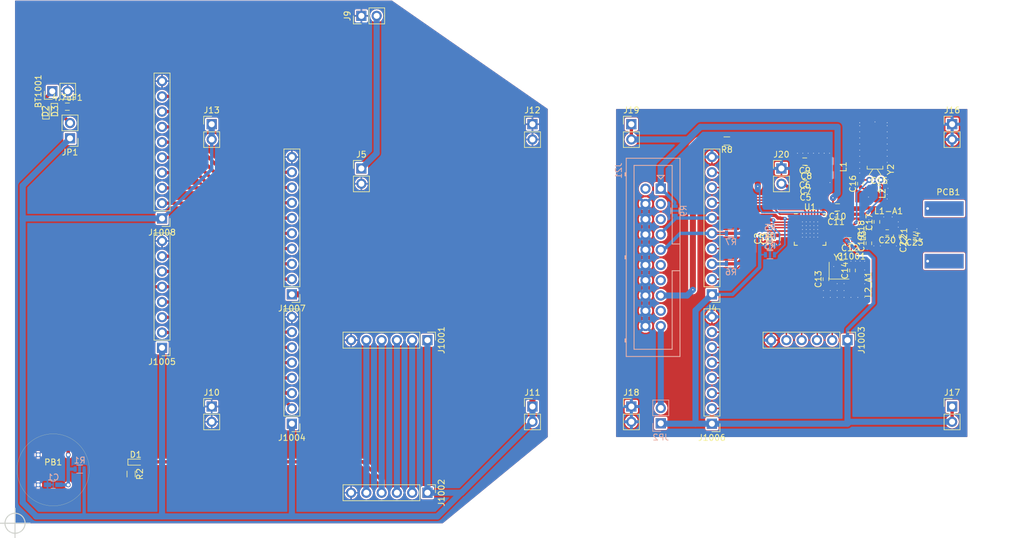
<source format=kicad_pcb>
(kicad_pcb (version 4) (host pcbnew 4.0.5)
  (layers (0 F.Cu signal) (31 B.Cu signal) (34 B.Paste user) (35 F.Paste user) (36 B.SilkS user hide) (37 F.SilkS user hide) (38 B.Mask user hide) (39 F.Mask user hide) (44 Edge.Cuts user))
  (net 0 "")
  (net 1 GND)
  (net 2 "Net-(4.7uF1-Pad1)")
  (net 3 +3V3)
  (net 4 "Net-(C23-Pad1)")
  (net 5 /32kHz)
  (net 6 "Net-(C8-Pad1)")
  (net 7 /16MHz)
  (net 8 DIO3_O)
  (net 9 ANATEST1_O)
  (net 10 "Net-(D1-Pad1)")
  (net 11 DIO10)
  (net 12 DIO9)
  (net 13 RESET)
  (net 14 +BATT)
  (net 15 DIO4_O)
  (net 16 DIO5_O)
  (net 17 DIO6_O)
  (net 18 DIO7_O)
  (net 19 DIO8_O)
  (net 20 DIO9_O)
  (net 21 DIO10_O)
  (net 22 DIO4)
  (net 23 DIO5)
  (net 24 DIO6)
  (net 25 DIO7)
  (net 26 DIO8)
  (net 27 DIO3)
  (net 28 DIO2)
  (net 29 DIO1)
  (net 30 DIO0)
  (net 31 DIO14)
  (net 32 ANATEST1)
  (net 33 ADC1)
  (net 34 ADC2)
  (net 35 DIO13)
  (net 36 DIO12)
  (net 37 DIO11)
  (net 38 "Net-(C5-Pad1)")
  (net 39 "Net-(C13-Pad2)")
  (net 40 "Net-(C14-Pad1)")
  (net 41 "Net-(C15-Pad1)")
  (net 42 "Net-(C16-Pad2)")
  (net 43 "Net-(C17-Pad1)")
  (net 44 "Net-(C18-Pad1)")
  (net 45 "Net-(C19-Pad2)")
  (net 46 "Net-(C20-Pad1)")
  (net 47 "Net-(C22-Pad2)")
  (net 48 "Net-(D2-Pad2)")
  (net 49 DIO11_O)
  (net 50 DIO12_O)
  (net 51 DIO13_O)
  (net 52 "Net-(J5-Pad1)")
  (net 53 ADC2_O)
  (net 54 ADC1_O)
  (net 55 DIO14_O)
  (net 56 DIO0_O)
  (net 57 DIO1_O)
  (net 58 DIO2_O)
  (net 59 "Net-(J21-Pad2)")
  (net 60 "Net-(J21-Pad3)")
  (net 61 "Net-(J21-Pad5)")
  (net 62 "Net-(J21-Pad11)")
  (net 63 "Net-(J21-Pad13)")
  (net 64 "Net-(J21-Pad17)")
  (net 65 "Net-(J21-Pad19)")
  (net 66 "Net-(L1-Pad2)")
  (net 67 "Net-(BT1001-Pad1)")
  (module Pin_Headers:Pin_Header_Straight_1x02_Pitch2.54mm (layer F.Cu) (at 143.0655 92.456)
    (fp_text reference J5 (at 0 -2.33) (layer F.SilkS))
    (fp_text value VDD1V2_BRD)
    (pad 1 thru_hole rect (at 0 0) (size 1.7 1.7) (drill 1) (layers *.Cu *.Mask) (net 52 "Net-(J5-Pad1)"))
    (pad 2 thru_hole oval (at 0 2.54) (size 1.7 1.7) (drill 1) (layers *.Cu *.Mask) (net 1 GND))
  )
  (module Pin_Headers:Pin_Header_Straight_1x02_Pitch2.54mm (layer F.Cu) (at 118.1735 85.09)
    (fp_text reference J13 (at 0 -2.33) (layer F.SilkS))
    (fp_text value PWR_OUT)
    (pad 1 thru_hole rect (at 0 0) (size 1.7 1.7) (drill 1) (layers *.Cu *.Mask) (net 14 +BATT))
    (pad 2 thru_hole oval (at 0 2.54) (size 1.7 1.7) (drill 1) (layers *.Cu *.Mask) (net 14 +BATT))
  )
  (module Pin_Headers:Pin_Header_Straight_1x02_Pitch2.54mm (layer F.Cu) (at 212.9155 92.456)
    (fp_text reference J20 (at 0 -2.33) (layer F.SilkS))
    (fp_text value VDD1V2)
    (pad 1 thru_hole rect (at 0 0) (size 1.7 1.7) (drill 1) (layers *.Cu *.Mask) (net 1 GND))
    (pad 2 thru_hole oval (at 0 2.54) (size 1.7 1.7) (drill 1) (layers *.Cu *.Mask) (net 38 "Net-(C5-Pad1)"))
  )
  (module Connectors_Multicomp:Multicomp_MC9A12-2034_2x10x2.54mm_Straight (layer B.Cu) (at 192.8495 95.8215 270)
    (fp_text reference J21 (at -3 7 270) (layer B.SilkS) (effects (justify mirror)))
    (fp_text value JTAG_10x2)
    (pad 1 thru_hole rect (at 0 0 270) (size 1.7 1.7) (drill 1) (layers *.Cu *.Mask) (net 3 +3V3))
    (pad 2 thru_hole circle (at 0 2.54 270) (size 1.7 1.7) (drill 1) (layers *.Cu *.Mask) (net 59 "Net-(J21-Pad2)"))
    (pad 3 thru_hole circle (at 2.54 0 270) (size 1.7 1.7) (drill 1) (layers *.Cu *.Mask) (net 60 "Net-(J21-Pad3)"))
    (pad 4 thru_hole circle (at 2.54 2.54 270) (size 1.7 1.7) (drill 1) (layers *.Cu *.Mask) (net 1 GND))
    (pad 5 thru_hole circle (at 5.08 0 270) (size 1.7 1.7) (drill 1) (layers *.Cu *.Mask) (net 61 "Net-(J21-Pad5)"))
    (pad 6 thru_hole circle (at 5.08 2.54 270) (size 1.7 1.7) (drill 1) (layers *.Cu *.Mask) (net 1 GND))
    (pad 7 thru_hole circle (at 7.62 0 270) (size 1.7 1.7) (drill 1) (layers *.Cu *.Mask) (net 11 DIO10))
    (pad 8 thru_hole circle (at 7.62 2.54 270) (size 1.7 1.7) (drill 1) (layers *.Cu *.Mask) (net 1 GND))
    (pad 9 thru_hole circle (at 10.16 0 270) (size 1.7 1.7) (drill 1) (layers *.Cu *.Mask) (net 12 DIO9))
    (pad 10 thru_hole circle (at 10.16 2.54 270) (size 1.7 1.7) (drill 1) (layers *.Cu *.Mask) (net 1 GND))
    (pad 11 thru_hole circle (at 12.7 0 270) (size 1.7 1.7) (drill 1) (layers *.Cu *.Mask) (net 62 "Net-(J21-Pad11)"))
    (pad 12 thru_hole circle (at 12.7 2.54 270) (size 1.7 1.7) (drill 1) (layers *.Cu *.Mask) (net 1 GND))
    (pad 13 thru_hole circle (at 15.24 0 270) (size 1.7 1.7) (drill 1) (layers *.Cu *.Mask) (net 63 "Net-(J21-Pad13)"))
    (pad 14 thru_hole circle (at 15.24 2.54 270) (size 1.7 1.7) (drill 1) (layers *.Cu *.Mask) (net 1 GND))
    (pad 15 thru_hole circle (at 17.78 0 270) (size 1.7 1.7) (drill 1) (layers *.Cu *.Mask) (net 13 RESET))
    (pad 16 thru_hole circle (at 17.78 2.54 270) (size 1.7 1.7) (drill 1) (layers *.Cu *.Mask) (net 1 GND))
    (pad 17 thru_hole circle (at 20.32 0 270) (size 1.7 1.7) (drill 1) (layers *.Cu *.Mask) (net 64 "Net-(J21-Pad17)"))
    (pad 18 thru_hole circle (at 20.32 2.54 270) (size 1.7 1.7) (drill 1) (layers *.Cu *.Mask) (net 1 GND))
    (pad 19 thru_hole circle (at 22.86 0 270) (size 1.7 1.7) (drill 1) (layers *.Cu *.Mask) (net 65 "Net-(J21-Pad19)"))
    (pad 20 thru_hole circle (at 22.86 2.54 270) (size 1.7 1.7) (drill 1) (layers *.Cu *.Mask) (net 1 GND))
  )
  (module Pin_Headers:Pin_Header_Straight_1x02_Pitch2.54mm (layer F.Cu) (at 94.615 87.4395 180)
    (fp_text reference JP1 (at 0 -2.33 180) (layer F.SilkS))
    (fp_text value Pwr_thru_Battery)
    (pad 1 thru_hole rect (at 0 0 180) (size 1.7 1.7) (drill 1) (layers *.Cu *.Mask) (net 14 +BATT))
    (pad 2 thru_hole oval (at 0 2.54 180) (size 1.7 1.7) (drill 1) (layers *.Cu *.Mask) (net 2 "Net-(4.7uF1-Pad1)"))
  )
  (module Pin_Headers:Pin_Header_Straight_1x02_Pitch2.54mm (layer B.Cu) (at 192.8495 134.874)
    (fp_text reference JP2 (at 0 2.33) (layer B.SilkS) (effects (justify mirror)))
    (fp_text value Pwr_thru_JTAG)
    (pad 1 thru_hole rect (at 0 0) (size 1.7 1.7) (drill 1) (layers *.Cu *.Mask) (net 3 +3V3))
    (pad 2 thru_hole oval (at 0 -2.54) (size 1.7 1.7) (drill 1) (layers *.Cu *.Mask) (net 65 "Net-(J21-Pad19)"))
  )
  (module Capacitors_SMD:C_0603 (layer F.Cu) (at 94.1705 82.169)
    (fp_text reference 4.7uF1 (at 0 -1.5) (layer F.SilkS))
    (fp_text value CP)
    (pad 1 smd rect (at -0.75 0) (size 0.8 0.75) (layers F.Cu F.Paste F.Mask) (net 2 "Net-(4.7uF1-Pad1)"))
    (pad 2 smd rect (at 0.75 0) (size 0.8 0.75) (layers F.Cu F.Paste F.Mask) (net 1 GND))
  )
  (module Capacitors_SMD:C_0603_HandSoldering (layer B.Cu) (at 91.821 145.0975 180)
    (fp_text reference C1 (at 0 1.25 180) (layer B.SilkS) (effects (justify mirror)))
    (fp_text value 100nF)
    (pad 1 smd rect (at -0.95 0 180) (size 1.2 0.75) (layers B.Cu B.Paste B.Mask) (net 8 DIO3_O))
    (pad 2 smd rect (at 0.95 0 180) (size 1.2 0.75) (layers B.Cu B.Paste B.Mask) (net 1 GND))
  )
  (module Capacitors_SMD:C_0402 (layer F.Cu) (at 210.2485 104.14 90)
    (fp_text reference C2 (at 0 -1.27 90) (layer F.SilkS))
    (fp_text value 10pF)
    (pad 1 smd rect (at -0.55 0 90) (size 0.6 0.5) (layers F.Cu F.Paste F.Mask) (net 1 GND))
    (pad 2 smd rect (at 0.55 0 90) (size 0.6 0.5) (layers F.Cu F.Paste F.Mask) (net 3 +3V3))
  )
  (module Capacitors_SMD:C_0402 (layer F.Cu) (at 211.2645 104.14 90)
    (fp_text reference C3 (at 0 -1.27 90) (layer F.SilkS))
    (fp_text value 2.2uF)
    (pad 1 smd rect (at -0.55 0 90) (size 0.6 0.5) (layers F.Cu F.Paste F.Mask) (net 1 GND))
    (pad 2 smd rect (at 0.55 0 90) (size 0.6 0.5) (layers F.Cu F.Paste F.Mask) (net 3 +3V3))
  )
  (module Capacitors_SMD:C_0402 (layer F.Cu) (at 212.2805 104.14 90)
    (fp_text reference C4 (at 0 -1.27 90) (layer F.SilkS))
    (fp_text value 1000pF)
    (pad 1 smd rect (at -0.55 0 90) (size 0.6 0.5) (layers F.Cu F.Paste F.Mask) (net 1 GND))
    (pad 2 smd rect (at 0.55 0 90) (size 0.6 0.5) (layers F.Cu F.Paste F.Mask) (net 3 +3V3))
  )
  (module Capacitors_SMD:C_0402 (layer F.Cu) (at 216.916 96.012 180)
    (fp_text reference C5 (at 0 -1.27 180) (layer F.SilkS))
    (fp_text value 100pF)
    (pad 1 smd rect (at -0.55 0 180) (size 0.6 0.5) (layers F.Cu F.Paste F.Mask) (net 38 "Net-(C5-Pad1)"))
    (pad 2 smd rect (at 0.55 0 180) (size 0.6 0.5) (layers F.Cu F.Paste F.Mask) (net 1 GND))
  )
  (module Capacitors_SMD:C_0603 (layer F.Cu) (at 216.789 93.726 180)
    (fp_text reference C6 (at 0 -1.5 180) (layer F.SilkS))
    (fp_text value 0.1uF)
    (pad 1 smd rect (at -0.75 0 180) (size 0.8 0.75) (layers F.Cu F.Paste F.Mask) (net 38 "Net-(C5-Pad1)"))
    (pad 2 smd rect (at 0.75 0 180) (size 0.8 0.75) (layers F.Cu F.Paste F.Mask) (net 1 GND))
  )
  (module Capacitors_SMD:C_0402 (layer F.Cu) (at 216.916 94.996 180)
    (fp_text reference C7 (at 0 -1.27 180) (layer F.SilkS))
    (fp_text value 2.2pF)
    (pad 1 smd rect (at -0.55 0 180) (size 0.6 0.5) (layers F.Cu F.Paste F.Mask) (net 38 "Net-(C5-Pad1)"))
    (pad 2 smd rect (at 0.55 0 180) (size 0.6 0.5) (layers F.Cu F.Paste F.Mask) (net 1 GND))
  )
  (module Capacitors_SMD:C_0402 (layer F.Cu) (at 217.043 92.456 180)
    (fp_text reference C8 (at 0 -1.27 180) (layer F.SilkS))
    (fp_text value 100pF)
    (pad 1 smd rect (at -0.55 0 180) (size 0.6 0.5) (layers F.Cu F.Paste F.Mask) (net 6 "Net-(C8-Pad1)"))
    (pad 2 smd rect (at 0.55 0 180) (size 0.6 0.5) (layers F.Cu F.Paste F.Mask) (net 1 GND))
  )
  (module Capacitors_SMD:C_0603 (layer F.Cu) (at 216.789 91.313 180)
    (fp_text reference C9 (at 0 -1.5 180) (layer F.SilkS))
    (fp_text value 0.1uF)
    (pad 1 smd rect (at -0.75 0 180) (size 0.8 0.75) (layers F.Cu F.Paste F.Mask) (net 6 "Net-(C8-Pad1)"))
    (pad 2 smd rect (at 0.75 0 180) (size 0.8 0.75) (layers F.Cu F.Paste F.Mask) (net 1 GND))
  )
  (module Capacitors_SMD:C_0603 (layer F.Cu) (at 222.25 98.933 180)
    (fp_text reference C10 (at 0 -1.5 180) (layer F.SilkS))
    (fp_text value 1uF)
    (pad 1 smd rect (at -0.75 0 180) (size 0.8 0.75) (layers F.Cu F.Paste F.Mask) (net 1 GND))
    (pad 2 smd rect (at 0.75 0 180) (size 0.8 0.75) (layers F.Cu F.Paste F.Mask) (net 3 +3V3))
  )
  (module Capacitors_SMD:C_0402 (layer F.Cu) (at 221.996 100.076 180)
    (fp_text reference C11 (at 0 -1.27 180) (layer F.SilkS))
    (fp_text value 1000pF)
    (pad 1 smd rect (at -0.55 0 180) (size 0.6 0.5) (layers F.Cu F.Paste F.Mask) (net 1 GND))
    (pad 2 smd rect (at 0.55 0 180) (size 0.6 0.5) (layers F.Cu F.Paste F.Mask) (net 3 +3V3))
  )
  (module Capacitors_SMD:C_0402 (layer F.Cu) (at 224.282 104.4448 180)
    (fp_text reference C12 (at 0 -1.27 180) (layer F.SilkS))
    (fp_text value 10pF)
    (pad 1 smd rect (at -0.55 0 180) (size 0.6 0.5) (layers F.Cu F.Paste F.Mask) (net 1 GND))
    (pad 2 smd rect (at 0.55 0 180) (size 0.6 0.5) (layers F.Cu F.Paste F.Mask) (net 3 +3V3))
  )
  (module Capacitors_SMD:C_0402 (layer F.Cu) (at 220.3196 110.8837 90)
    (fp_text reference C13 (at 0 -1.27 90) (layer F.SilkS))
    (fp_text value TBD)
    (pad 1 smd rect (at -0.55 0 90) (size 0.6 0.5) (layers F.Cu F.Paste F.Mask) (net 1 GND))
    (pad 2 smd rect (at 0.55 0 90) (size 0.6 0.5) (layers F.Cu F.Paste F.Mask) (net 39 "Net-(C13-Pad2)"))
  )
  (module Capacitors_SMD:C_0402 (layer F.Cu) (at 224.73666 109.43082 90)
    (fp_text reference C14 (at 0 -1.27 90) (layer F.SilkS))
    (fp_text value TBD)
    (pad 1 smd rect (at -0.55 0 90) (size 0.6 0.5) (layers F.Cu F.Paste F.Mask) (net 40 "Net-(C14-Pad1)"))
    (pad 2 smd rect (at 0.55 0 90) (size 0.6 0.5) (layers F.Cu F.Paste F.Mask) (net 7 /16MHz))
  )
  (module Capacitors_SMD:C_0402 (layer F.Cu) (at 229.1715 95.758)
    (fp_text reference C15 (at 0 -1.27) (layer F.SilkS))
    (fp_text value 0.22uF)
    (pad 1 smd rect (at -0.55 0) (size 0.6 0.5) (layers F.Cu F.Paste F.Mask) (net 41 "Net-(C15-Pad1)"))
    (pad 2 smd rect (at 0.55 0) (size 0.6 0.5) (layers F.Cu F.Paste F.Mask) (net 5 /32kHz))
  )
  (module Capacitors_SMD:C_0402 (layer F.Cu) (at 226.06 94.996 90)
    (fp_text reference C16 (at 0 -1.27 90) (layer F.SilkS))
    (fp_text value 4.7uF)
    (pad 1 smd rect (at -0.55 0 90) (size 0.6 0.5) (layers F.Cu F.Paste F.Mask) (net 41 "Net-(C15-Pad1)"))
    (pad 2 smd rect (at 0.55 0 90) (size 0.6 0.5) (layers F.Cu F.Paste F.Mask) (net 42 "Net-(C16-Pad2)"))
  )
  (module Capacitors_SMD:C_0402 (layer F.Cu) (at 228.7905 101.346 90)
    (fp_text reference C17 (at 0 -1.27 90) (layer F.SilkS))
    (fp_text value TBD)
    (pad 1 smd rect (at -0.55 0 90) (size 0.6 0.5) (layers F.Cu F.Paste F.Mask) (net 43 "Net-(C17-Pad1)"))
    (pad 2 smd rect (at 0.55 0 90) (size 0.6 0.5) (layers F.Cu F.Paste F.Mask) (net 1 GND))
  )
  (module Capacitors_SMD:C_0402 (layer F.Cu) (at 227.457 102.489 90)
    (fp_text reference C18 (at 0 -1.27 90) (layer F.SilkS))
    (fp_text value TBD)
    (pad 1 smd rect (at -0.55 0 90) (size 0.6 0.5) (layers F.Cu F.Paste F.Mask) (net 44 "Net-(C18-Pad1)"))
    (pad 2 smd rect (at 0.55 0 90) (size 0.6 0.5) (layers F.Cu F.Paste F.Mask) (net 43 "Net-(C17-Pad1)"))
  )
  (module Capacitors_SMD:C_0402 (layer F.Cu) (at 227.457 104.902 90)
    (fp_text reference C19 (at 0 -1.27 90) (layer F.SilkS))
    (fp_text value TBD)
    (pad 1 smd rect (at -0.55 0 90) (size 0.6 0.5) (layers F.Cu F.Paste F.Mask) (net 1 GND))
    (pad 2 smd rect (at 0.55 0 90) (size 0.6 0.5) (layers F.Cu F.Paste F.Mask) (net 45 "Net-(C19-Pad2)"))
  )
  (module Capacitors_SMD:C_0402 (layer F.Cu) (at 230.505 103.124 180)
    (fp_text reference C20 (at 0 -1.27 180) (layer F.SilkS))
    (fp_text value TBD)
    (pad 1 smd rect (at -0.55 0 180) (size 0.6 0.5) (layers F.Cu F.Paste F.Mask) (net 46 "Net-(C20-Pad1)"))
    (pad 2 smd rect (at 0.55 0 180) (size 0.6 0.5) (layers F.Cu F.Paste F.Mask) (net 44 "Net-(C18-Pad1)"))
  )
  (module Capacitors_SMD:C_0402 (layer F.Cu) (at 232.029 103.759 270)
    (fp_text reference C21 (at 0 -1.27 270) (layer F.SilkS))
    (fp_text value TBD)
    (pad 1 smd rect (at -0.55 0 270) (size 0.6 0.5) (layers F.Cu F.Paste F.Mask) (net 46 "Net-(C20-Pad1)"))
    (pad 2 smd rect (at 0.55 0 270) (size 0.6 0.5) (layers F.Cu F.Paste F.Mask) (net 1 GND))
  )
  (module Capacitors_SMD:C_0402 (layer F.Cu) (at 234.442 105.029 90)
    (fp_text reference C22 (at 0 -1.27 90) (layer F.SilkS))
    (fp_text value TBD)
    (pad 1 smd rect (at -0.55 0 90) (size 0.6 0.5) (layers F.Cu F.Paste F.Mask) (net 1 GND))
    (pad 2 smd rect (at 0.55 0 90) (size 0.6 0.5) (layers F.Cu F.Paste F.Mask) (net 47 "Net-(C22-Pad2)"))
  )
  (module Capacitors_SMD:C_0402 (layer F.Cu) (at 235.077 103.505 180)
    (fp_text reference C23 (at 0 -1.27 180) (layer F.SilkS))
    (fp_text value TBD)
    (pad 1 smd rect (at -0.55 0 180) (size 0.6 0.5) (layers F.Cu F.Paste F.Mask) (net 4 "Net-(C23-Pad1)"))
    (pad 2 smd rect (at 0.55 0 180) (size 0.6 0.5) (layers F.Cu F.Paste F.Mask) (net 47 "Net-(C22-Pad2)"))
  )
  (module LEDs:LED_0603 (layer F.Cu) (at 105.537 141.3383)
    (fp_text reference D1 (at 0 -1.25) (layer F.SilkS))
    (fp_text value LED)
    (pad 2 smd rect (at 0.8 0 180) (size 0.8 0.8) (layers F.Cu F.Paste F.Mask) (net 9 ANATEST1_O))
    (pad 1 smd rect (at -0.8 0 180) (size 0.8 0.8) (layers F.Cu F.Paste F.Mask) (net 10 "Net-(D1-Pad1)"))
  )
  (module Diodes_SMD:D_0603 (layer F.Cu) (at 92.0115 82.931 270)
    (fp_text reference D2 (at 0 1.5 270) (layer F.SilkS))
    (fp_text value D)
    (pad 1 smd rect (at -0.85 0 270) (size 0.6 0.8) (layers F.Cu F.Paste F.Mask) (net 2 "Net-(4.7uF1-Pad1)"))
    (pad 2 smd rect (at 0.85 0 270) (size 0.6 0.8) (layers F.Cu F.Paste F.Mask) (net 48 "Net-(D2-Pad2)"))
  )
  (module Diodes_SMD:D_0603 (layer F.Cu) (at 90.6145 82.931 90)
    (fp_text reference D3 (at 0 1.5 90) (layer F.SilkS))
    (fp_text value D)
    (pad 1 smd rect (at -0.85 0 90) (size 0.6 0.8) (layers F.Cu F.Paste F.Mask) (net 48 "Net-(D2-Pad2)"))
    (pad 2 smd rect (at 0.85 0 90) (size 0.6 0.8) (layers F.Cu F.Paste F.Mask) (net 67 "Net-(BT1001-Pad1)"))
  )
  (module Pin_Headers:Pin_Header_Straight_1x02_Pitch2.54mm (layer F.Cu) (at 143.0655 67.056 90)
    (fp_text reference J9 (at 0 -2.33 90) (layer F.SilkS))
    (fp_text value VDD1V2_OUT)
    (pad 1 thru_hole rect (at 0 0 90) (size 1.7 1.7) (drill 1) (layers *.Cu *.Mask) (net 1 GND))
    (pad 2 thru_hole oval (at 0 2.54 90) (size 1.7 1.7) (drill 1) (layers *.Cu *.Mask) (net 52 "Net-(J5-Pad1)"))
  )
  (module Pin_Headers:Pin_Header_Straight_1x02_Pitch2.54mm (layer F.Cu) (at 118.1735 132.08)
    (fp_text reference J10 (at 0 -2.33) (layer F.SilkS))
    (fp_text value GND_OUT)
    (pad 1 thru_hole rect (at 0 0) (size 1.7 1.7) (drill 1) (layers *.Cu *.Mask) (net 1 GND))
    (pad 2 thru_hole oval (at 0 2.54) (size 1.7 1.7) (drill 1) (layers *.Cu *.Mask) (net 1 GND))
  )
  (module Pin_Headers:Pin_Header_Straight_1x02_Pitch2.54mm (layer F.Cu) (at 171.5135 132.08)
    (fp_text reference J11 (at 0 -2.33) (layer F.SilkS))
    (fp_text value PWR_OUT)
    (pad 1 thru_hole rect (at 0 0) (size 1.7 1.7) (drill 1) (layers *.Cu *.Mask) (net 14 +BATT))
    (pad 2 thru_hole oval (at 0 2.54) (size 1.7 1.7) (drill 1) (layers *.Cu *.Mask) (net 14 +BATT))
  )
  (module Pin_Headers:Pin_Header_Straight_1x02_Pitch2.54mm (layer F.Cu) (at 171.5135 85.09)
    (fp_text reference J12 (at 0 -2.33) (layer F.SilkS))
    (fp_text value GND_OUT)
    (pad 1 thru_hole rect (at 0 0) (size 1.7 1.7) (drill 1) (layers *.Cu *.Mask) (net 1 GND))
    (pad 2 thru_hole oval (at 0 2.54) (size 1.7 1.7) (drill 1) (layers *.Cu *.Mask) (net 1 GND))
  )
  (module Pin_Headers:Pin_Header_Straight_1x02_Pitch2.54mm (layer F.Cu) (at 241.3 85.09)
    (fp_text reference J16 (at 0 -2.33) (layer F.SilkS))
    (fp_text value GND_IN)
    (pad 1 thru_hole rect (at 0 0) (size 1.7 1.7) (drill 1) (layers *.Cu *.Mask) (net 1 GND))
    (pad 2 thru_hole oval (at 0 2.54) (size 1.7 1.7) (drill 1) (layers *.Cu *.Mask) (net 1 GND))
  )
  (module Pin_Headers:Pin_Header_Straight_1x02_Pitch2.54mm (layer F.Cu) (at 241.3 132.08)
    (fp_text reference J17 (at 0 -2.33) (layer F.SilkS))
    (fp_text value PWR_IN)
    (pad 1 thru_hole rect (at 0 0) (size 1.7 1.7) (drill 1) (layers *.Cu *.Mask) (net 3 +3V3))
    (pad 2 thru_hole oval (at 0 2.54) (size 1.7 1.7) (drill 1) (layers *.Cu *.Mask) (net 3 +3V3))
  )
  (module Pin_Headers:Pin_Header_Straight_1x02_Pitch2.54mm (layer F.Cu) (at 187.96 132.08)
    (fp_text reference J18 (at 0 -2.33) (layer F.SilkS))
    (fp_text value GND_IN)
    (pad 1 thru_hole rect (at 0 0) (size 1.7 1.7) (drill 1) (layers *.Cu *.Mask) (net 1 GND))
    (pad 2 thru_hole oval (at 0 2.54) (size 1.7 1.7) (drill 1) (layers *.Cu *.Mask) (net 1 GND))
  )
  (module Pin_Headers:Pin_Header_Straight_1x02_Pitch2.54mm (layer F.Cu) (at 187.96 85.09)
    (fp_text reference J19 (at 0 -2.33) (layer F.SilkS))
    (fp_text value PWR_IN)
    (pad 1 thru_hole rect (at 0 0) (size 1.7 1.7) (drill 1) (layers *.Cu *.Mask) (net 3 +3V3))
    (pad 2 thru_hole oval (at 0 2.54) (size 1.7 1.7) (drill 1) (layers *.Cu *.Mask) (net 3 +3V3))
  )
  (module Inductors_NEOSID:Neosid_Inductor_SM-NE29_SMD1008 (layer F.Cu) (at 220.0275 92.3925 270)
    (fp_text reference L1 (at -0.20066 -3.2004 270) (layer F.SilkS))
    (fp_text value 10uH)
    (pad 2 smd rect (at 1.14554 0 270) (size 1.02108 2.54) (layers F.Cu F.Paste F.Mask) (net 66 "Net-(L1-Pad2)"))
    (pad 1 smd rect (at -1.14554 0 270) (size 1.02108 2.54) (layers F.Cu F.Paste F.Mask) (net 6 "Net-(C8-Pad1)"))
  )
  (module Inductors_NEOSID:Neosid_Inductor_SM0603CG (layer F.Cu) (at 230.632 101.854)
    (fp_text reference L1-A1 (at 0.09906 -2.30124) (layer F.SilkS))
    (fp_text value TBD)
    (pad 2 smd rect (at 0.70104 0) (size 0.59944 1.19888) (layers F.Cu F.Paste F.Mask) (net 46 "Net-(C20-Pad1)"))
    (pad 1 smd rect (at -0.70104 0) (size 0.59944 1.19888) (layers F.Cu F.Paste F.Mask) (net 43 "Net-(C17-Pad1)"))
  )
  (module Inductors_NEOSID:Neosid_Inductor_SM0603CG (layer F.Cu) (at 227.3935 96.52 270)
    (fp_text reference L2 (at 0.09906 -2.30124 270) (layer F.SilkS))
    (fp_text value TBD)
    (pad 2 smd rect (at 0.70104 0 270) (size 0.59944 1.19888) (layers F.Cu F.Paste F.Mask) (net 1 GND))
    (pad 1 smd rect (at -0.70104 0 270) (size 0.59944 1.19888) (layers F.Cu F.Paste F.Mask) (net 41 "Net-(C15-Pad1)"))
  )
  (module Inductors_NEOSID:Neosid_Inductor_SM0603CG (layer F.Cu) (at 225.044 111.6965 270)
    (fp_text reference L2_A1 (at 0.09906 -2.30124 270) (layer F.SilkS))
    (fp_text value TBD)
    (pad 2 smd rect (at 0.70104 0 270) (size 0.59944 1.19888) (layers F.Cu F.Paste F.Mask) (net 1 GND))
    (pad 1 smd rect (at -0.70104 0 270) (size 0.59944 1.19888) (layers F.Cu F.Paste F.Mask) (net 40 "Net-(C14-Pad1)"))
  )
  (module Inductors_NEOSID:Neosid_Inductor_SM0603CG (layer F.Cu) (at 228.727 103.759 90)
    (fp_text reference L3 (at 0.09906 -2.30124 90) (layer F.SilkS))
    (fp_text value TBD)
    (pad 2 smd rect (at 0.70104 0 90) (size 0.59944 1.19888) (layers F.Cu F.Paste F.Mask) (net 44 "Net-(C18-Pad1)"))
    (pad 1 smd rect (at -0.70104 0 90) (size 0.59944 1.19888) (layers F.Cu F.Paste F.Mask) (net 45 "Net-(C19-Pad2)"))
  )
  (module Inductors_NEOSID:Neosid_Inductor_SM0603CG (layer F.Cu) (at 233.172 103.759 270)
    (fp_text reference L4 (at 0.09906 -2.30124 270) (layer F.SilkS))
    (fp_text value TBD)
    (pad 2 smd rect (at 0.70104 0 270) (size 0.59944 1.19888) (layers F.Cu F.Paste F.Mask) (net 47 "Net-(C22-Pad2)"))
    (pad 1 smd rect (at -0.70104 0 270) (size 0.59944 1.19888) (layers F.Cu F.Paste F.Mask) (net 46 "Net-(C20-Pad1)"))
  )
  (module Miscellaneous:pb_basic (layer F.Cu) (at 91.821 142.621 180)
    (fp_text reference PB1 (at 0 1.27 180) (layer F.SilkS))
    (fp_text value pb_basic)
    (pad 4 thru_hole circle (at 2.5019 2.5019 180) (size 0.7874 0.7874) (drill 0.508) (layers *.Cu *.Mask) (net 1 GND))
    (pad 3 thru_hole circle (at -2.5019 2.5019 180) (size 0.7874 0.7874) (drill 0.508) (layers *.Cu *.Mask) (net 8 DIO3_O))
    (pad 1 thru_hole circle (at -2.5019 -2.5019 180) (size 0.7874 0.7874) (drill 0.508) (layers *.Cu *.Mask) (net 8 DIO3_O))
    (pad 2 thru_hole circle (at 2.5019 -2.5019 180) (size 0.7874 0.7874) (drill 0.508) (layers *.Cu *.Mask) (net 1 GND))
  )
  (module Miscellaneous:Molex_SMA_Jack_Edge_Mount (layer F.Cu) (at 238.9505 103.505 180)
    (fp_text reference PCB1 (at -1.72 7.11 180) (layer F.SilkS))
    (fp_text value "(2.4GHz) Antenna")
    (pad 1 smd rect (at -1.72 0 180) (size 5.08 2.29) (layers F.Cu F.Paste F.Mask) (net 4 "Net-(C23-Pad1)"))
    (pad 2 smd rect (at -1.02 -4.38 180) (size 6.48 2.42) (layers F.Cu F.Paste F.Mask))
    (pad 2 smd rect (at -1.02 4.38 180) (size 6.48 2.42) (layers F.Cu F.Paste F.Mask))
    (pad 2 smd rect (at -1.02 -4.38 180) (size 6.48 2.42) (layers B.Cu B.Paste B.Mask))
    (pad 2 smd rect (at -1.02 4.38 180) (size 6.48 2.42) (layers B.Cu B.Paste B.Mask))
    (pad 2 thru_hole circle (at 1.72 -4.38 180) (size 0.97 0.97) (drill 0.46) (layers *.Cu))
    (pad 2 thru_hole circle (at 1.72 4.38 180) (size 0.97 0.97) (drill 0.46) (layers *.Cu))
  )
  (module Resistors_SMD:R_0603 (layer B.Cu) (at 96.2152 142.494 180)
    (fp_text reference R1 (at 0 1.45 180) (layer B.SilkS) (effects (justify mirror)))
    (fp_text value 10k)
    (pad 1 smd rect (at -0.75 0 180) (size 0.5 0.9) (layers B.Cu B.Paste B.Mask) (net 14 +BATT))
    (pad 2 smd rect (at 0.75 0 180) (size 0.5 0.9) (layers B.Cu B.Paste B.Mask) (net 8 DIO3_O))
  )
  (module Resistors_SMD:R_0603 (layer F.Cu) (at 104.775 143.3195 270)
    (fp_text reference R2 (at 0 -1.45 270) (layer F.SilkS))
    (fp_text value 1k)
    (pad 1 smd rect (at -0.75 0 270) (size 0.5 0.9) (layers F.Cu F.Paste F.Mask) (net 10 "Net-(D1-Pad1)"))
    (pad 2 smd rect (at 0.75 0 270) (size 0.5 0.9) (layers F.Cu F.Paste F.Mask) (net 1 GND))
  )
  (module Resistors_SMD:R_0603 (layer B.Cu) (at 211.0105 106.807 180)
    (fp_text reference R3 (at 0 1.45 180) (layer B.SilkS) (effects (justify mirror)))
    (fp_text value 100k)
    (pad 1 smd rect (at -0.75 0 180) (size 0.5 0.9) (layers B.Cu B.Paste B.Mask) (net 11 DIO10))
    (pad 2 smd rect (at 0.75 0 180) (size 0.5 0.9) (layers B.Cu B.Paste B.Mask) (net 3 +3V3))
  )
  (module Resistors_SMD:R_0603 (layer B.Cu) (at 211.0105 105.283 180)
    (fp_text reference R4 (at 0 1.45 180) (layer B.SilkS) (effects (justify mirror)))
    (fp_text value 100k)
    (pad 1 smd rect (at -0.75 0 180) (size 0.5 0.9) (layers B.Cu B.Paste B.Mask) (net 12 DIO9))
    (pad 2 smd rect (at 0.75 0 180) (size 0.5 0.9) (layers B.Cu B.Paste B.Mask) (net 3 +3V3))
  )
  (module Resistors_SMD:R_0603 (layer B.Cu) (at 211.0105 103.759 180)
    (fp_text reference R5 (at 0 1.45 180) (layer B.SilkS) (effects (justify mirror)))
    (fp_text value 100k)
    (pad 1 smd rect (at -0.75 0 180) (size 0.5 0.9) (layers B.Cu B.Paste B.Mask) (net 25 DIO7))
    (pad 2 smd rect (at 0.75 0 180) (size 0.5 0.9) (layers B.Cu B.Paste B.Mask) (net 3 +3V3))
  )
  (module Resistors_SMD:R_0603 (layer B.Cu) (at 204.5335 108.2675)
    (fp_text reference R6 (at 0 1.45) (layer B.SilkS) (effects (justify mirror)))
    (fp_text value 100k)
    (pad 1 smd rect (at -0.75 0) (size 0.5 0.9) (layers B.Cu B.Paste B.Mask) (net 25 DIO7))
    (pad 2 smd rect (at 0.75 0) (size 0.5 0.9) (layers B.Cu B.Paste B.Mask) (net 1 GND))
  )
  (module Resistors_SMD:R_0603 (layer B.Cu) (at 204.5335 103.251)
    (fp_text reference R7 (at 0 1.45) (layer B.SilkS) (effects (justify mirror)))
    (fp_text value 100k)
    (pad 1 smd rect (at -0.75 0) (size 0.5 0.9) (layers B.Cu B.Paste B.Mask) (net 12 DIO9))
    (pad 2 smd rect (at 0.75 0) (size 0.5 0.9) (layers B.Cu B.Paste B.Mask) (net 1 GND))
  )
  (module Resistors_SMD:R_0603 (layer F.Cu) (at 203.835 87.884 180)
    (fp_text reference R8 (at 0 -1.45 180) (layer F.SilkS))
    (fp_text value 100k)
    (pad 1 smd rect (at -0.75 0 180) (size 0.5 0.9) (layers F.Cu F.Paste F.Mask) (net 1 GND))
    (pad 2 smd rect (at 0.75 0 180) (size 0.5 0.9) (layers F.Cu F.Paste F.Mask) (net 13 RESET))
  )
  (module Resistors_SMD:R_0603 (layer B.Cu) (at 195.199 99.5045 90)
    (fp_text reference R9 (at 0 1.45 90) (layer B.SilkS) (effects (justify mirror)))
    (fp_text value 100k)
    (pad 1 smd rect (at -0.75 0 90) (size 0.5 0.9) (layers B.Cu B.Paste B.Mask) (net 11 DIO10))
    (pad 2 smd rect (at 0.75 0 90) (size 0.5 0.9) (layers B.Cu B.Paste B.Mask) (net 3 +3V3))
  )
  (module uCs:STBNRG1 (layer F.Cu) (at 217.678 102.616)
    (fp_text reference U1 (at 0 -3.75) (layer F.SilkS))
    (fp_text value STBlueNRG-1)
    (pad 1 smd rect (at -2.4638 -1.75) (size 0.8255 0.254) (layers F.Cu F.Paste F.Mask) (net 11 DIO10))
    (pad 2 smd rect (at -2.4638 -1.25) (size 0.8255 0.254) (layers F.Cu F.Paste F.Mask) (net 12 DIO9))
    (pad 3 smd rect (at -2.4638 -0.75) (size 0.8255 0.254) (layers F.Cu F.Paste F.Mask) (net 26 DIO8))
    (pad 4 smd rect (at -2.4638 -0.25) (size 0.8255 0.254) (layers F.Cu F.Paste F.Mask) (net 25 DIO7))
    (pad 5 smd rect (at -2.4638 0.25) (size 0.8255 0.254) (layers F.Cu F.Paste F.Mask) (net 24 DIO6))
    (pad 6 smd rect (at -2.4638 0.75) (size 0.8255 0.254) (layers F.Cu F.Paste F.Mask) (net 3 +3V3))
    (pad 7 smd rect (at -2.4638 1.25) (size 0.8255 0.254) (layers F.Cu F.Paste F.Mask) (net 23 DIO5))
    (pad 8 smd rect (at -2.4638 1.75) (size 0.8255 0.254) (layers F.Cu F.Paste F.Mask) (net 22 DIO4))
    (pad 9 smd rect (at -1.75 2.4638 90) (size 0.8255 0.254) (layers F.Cu F.Paste F.Mask) (net 27 DIO3))
    (pad 10 smd rect (at -1.25 2.4638 90) (size 0.8255 0.254) (layers F.Cu F.Paste F.Mask) (net 28 DIO2))
    (pad 11 smd rect (at -0.75 2.4638 90) (size 0.8255 0.254) (layers F.Cu F.Paste F.Mask) (net 29 DIO1))
    (pad 12 smd rect (at -0.25 2.4638 90) (size 0.8255 0.254) (layers F.Cu F.Paste F.Mask) (net 30 DIO0))
    (pad 13 smd rect (at 0.25 2.4638 90) (size 0.8255 0.254) (layers F.Cu F.Paste F.Mask) (net 31 DIO14))
    (pad 14 smd rect (at 0.75 2.4638 90) (size 0.8255 0.254) (layers F.Cu F.Paste F.Mask) (net 32 ANATEST1))
    (pad 15 smd rect (at 1.25 2.4638 90) (size 0.8255 0.254) (layers F.Cu F.Paste F.Mask) (net 33 ADC1))
    (pad 16 smd rect (at 1.75 2.4638 90) (size 0.8255 0.254) (layers F.Cu F.Paste F.Mask) (net 34 ADC2))
    (pad 17 smd rect (at 2.4638 1.75) (size 0.8255 0.254) (layers F.Cu F.Paste F.Mask) (net 39 "Net-(C13-Pad2)"))
    (pad 18 smd rect (at 2.4638 1.25) (size 0.8255 0.254) (layers F.Cu F.Paste F.Mask) (net 7 /16MHz))
    (pad 19 smd rect (at 2.4638 0.75) (size 0.8255 0.254) (layers F.Cu F.Paste F.Mask) (net 3 +3V3))
    (pad 20 smd rect (at 2.4638 0.25) (size 0.8255 0.254) (layers F.Cu F.Paste F.Mask) (net 44 "Net-(C18-Pad1)"))
    (pad 21 smd rect (at 2.4638 -0.25) (size 0.8255 0.254) (layers F.Cu F.Paste F.Mask) (net 43 "Net-(C17-Pad1)"))
    (pad 22 smd rect (at 2.4638 -0.75) (size 0.8255 0.254) (layers F.Cu F.Paste F.Mask) (net 42 "Net-(C16-Pad2)"))
    (pad 23 smd rect (at 2.4638 -1.25) (size 0.8255 0.254) (layers F.Cu F.Paste F.Mask) (net 5 /32kHz))
    (pad 24 smd rect (at 2.4638 -1.75) (size 0.8255 0.254) (layers F.Cu F.Paste F.Mask) (net 3 +3V3))
    (pad 25 smd rect (at 1.75 -2.4638 90) (size 0.8255 0.254) (layers F.Cu F.Paste F.Mask) (net 13 RESET))
    (pad 26 smd rect (at 1.25 -2.4638 90) (size 0.8255 0.254) (layers F.Cu F.Paste F.Mask) (net 66 "Net-(L1-Pad2)"))
    (pad 27 smd rect (at 0.75 -2.4638 90) (size 0.8255 0.254) (layers F.Cu F.Paste F.Mask) (net 6 "Net-(C8-Pad1)"))
    (pad 28 smd rect (at 0.25 -2.4638 90) (size 0.8255 0.254) (layers F.Cu F.Paste F.Mask) (net 38 "Net-(C5-Pad1)"))
    (pad 29 smd rect (at -0.25 -2.4638 90) (size 0.8255 0.254) (layers F.Cu F.Paste F.Mask) (net 35 DIO13))
    (pad 30 smd rect (at -0.75 -2.4638 90) (size 0.8255 0.254) (layers F.Cu F.Paste F.Mask) (net 36 DIO12))
    (pad 31 smd rect (at -1.27 -2.2352 90) (size 1.27 0.254) (layers F.Cu F.Paste F.Mask) (net 1 GND))
    (pad 32 smd rect (at -1.75 -2.4638 90) (size 0.8255 0.254) (layers F.Cu F.Paste F.Mask) (net 37 DIO11))
    (pad 33 smd rect (at 0.8625 0.8625) (size 1.725 1.725) (layers F.Cu F.Paste F.Mask) (net 1 GND))
    (pad 33 smd rect (at 0.8625 -0.8625) (size 1.725 1.725) (layers F.Cu F.Paste F.Mask) (net 1 GND))
    (pad 33 smd rect (at -0.8625 0.8625) (size 1.725 1.725) (layers F.Cu F.Paste F.Mask) (net 1 GND))
    (pad 33 smd rect (at -0.8625 -0.8625) (size 1.725 1.725) (layers F.Cu F.Paste F.Mask) (net 1 GND))
  )
  (module Crystals:Crystal_SMD_2520-4pin_2.5x2.0mm (layer F.Cu) (at 222.504 109.4613)
    (fp_text reference Y1 (at 0 -2.2) (layer F.SilkS))
    (fp_text value Crystal_GND24)
    (pad 1 smd rect (at -0.875 0.7) (size 1.15 1) (layers F.Cu F.Paste F.Mask) (net 39 "Net-(C13-Pad2)"))
    (pad 2 smd rect (at 0.875 0.7) (size 1.15 1) (layers F.Cu F.Paste F.Mask) (net 1 GND))
    (pad 3 smd rect (at 0.875 -0.7) (size 1.15 1) (layers F.Cu F.Paste F.Mask) (net 7 /16MHz))
    (pad 4 smd rect (at -0.875 -0.7) (size 1.15 1) (layers F.Cu F.Paste F.Mask) (net 1 GND))
  )
  (module Crystals:Crystal_C26-LF_d2.1mm_l6.5mm_Horizontal_1EP_style1 (layer F.Cu) (at 229.4255 94.361 180)
    (fp_text reference Y2 (at -1.67 1.75 270) (layer F.SilkS))
    (fp_text value Crystal_GND2)
    (pad 1 thru_hole circle (at 0 0 180) (size 1 1) (drill 0.5) (layers *.Cu *.Mask) (net 5 /32kHz))
    (pad 2 thru_hole circle (at 1.9 0 180) (size 1 1) (drill 0.5) (layers *.Cu *.Mask) (net 42 "Net-(C16-Pad2)"))
    (pad 3 smd rect (at 0.95 5.75 180) (size 2.2 6.5) (layers F.Cu F.Paste F.Mask) (net 1 GND))
  )
  (module Capacitors_SMD:C_0603 (layer F.Cu) (at 224.536 105.5878 180)
    (fp_text reference C1001 (at 0 -1.5 180) (layer F.SilkS))
    (fp_text value 1uF)
    (pad 1 smd rect (at -0.75 0 180) (size 0.8 0.75) (layers F.Cu F.Paste F.Mask) (net 1 GND))
    (pad 2 smd rect (at 0.75 0 180) (size 0.8 0.75) (layers F.Cu F.Paste F.Mask) (net 3 +3V3))
  )
  (module Pin_Headers:Pin_Header_Straight_1x10_Pitch2.54mm (layer F.Cu) (at 201.3585 113.411 180)
    (fp_text reference J4 (at 0 -2.33 180) (layer F.SilkS))
    (fp_text value IO_TOP_IN)
    (pad 1 thru_hole rect (at 0 0 180) (size 1.7 1.7) (drill 1) (layers *.Cu *.Mask) (net 3 +3V3))
    (pad 2 thru_hole oval (at 0 2.54 180) (size 1.7 1.7) (drill 1) (layers *.Cu *.Mask) (net 24 DIO6))
    (pad 3 thru_hole oval (at 0 5.08 180) (size 1.7 1.7) (drill 1) (layers *.Cu *.Mask) (net 25 DIO7))
    (pad 4 thru_hole oval (at 0 7.62 180) (size 1.7 1.7) (drill 1) (layers *.Cu *.Mask) (net 26 DIO8))
    (pad 5 thru_hole oval (at 0 10.16 180) (size 1.7 1.7) (drill 1) (layers *.Cu *.Mask) (net 12 DIO9))
    (pad 6 thru_hole oval (at 0 12.7 180) (size 1.7 1.7) (drill 1) (layers *.Cu *.Mask) (net 11 DIO10))
    (pad 7 thru_hole oval (at 0 15.24 180) (size 1.7 1.7) (drill 1) (layers *.Cu *.Mask) (net 37 DIO11))
    (pad 8 thru_hole oval (at 0 17.78 180) (size 1.7 1.7) (drill 1) (layers *.Cu *.Mask) (net 36 DIO12))
    (pad 9 thru_hole oval (at 0 20.32 180) (size 1.7 1.7) (drill 1) (layers *.Cu *.Mask) (net 35 DIO13))
    (pad 10 thru_hole oval (at 0 22.86 180) (size 1.7 1.7) (drill 1) (layers *.Cu *.Mask) (net 1 GND))
  )
  (module Pin_Headers:Pin_Header_Straight_1x06_Pitch2.54mm (layer F.Cu) (at 154.051 121.031 270)
    (fp_text reference J1001 (at 0 -2.33 270) (layer F.SilkS))
    (fp_text value IO_SMALL_BRD)
    (pad 1 thru_hole rect (at 0 0 270) (size 1.7 1.7) (drill 1) (layers *.Cu *.Mask) (net 14 +BATT))
    (pad 2 thru_hole oval (at 0 2.54 270) (size 1.7 1.7) (drill 1) (layers *.Cu *.Mask) (net 53 ADC2_O))
    (pad 3 thru_hole oval (at 0 5.08 270) (size 1.7 1.7) (drill 1) (layers *.Cu *.Mask) (net 54 ADC1_O))
    (pad 4 thru_hole oval (at 0 7.62 270) (size 1.7 1.7) (drill 1) (layers *.Cu *.Mask) (net 9 ANATEST1_O))
    (pad 5 thru_hole oval (at 0 10.16 270) (size 1.7 1.7) (drill 1) (layers *.Cu *.Mask) (net 55 DIO14_O))
    (pad 6 thru_hole oval (at 0 12.7 270) (size 1.7 1.7) (drill 1) (layers *.Cu *.Mask) (net 1 GND))
  )
  (module Pin_Headers:Pin_Header_Straight_1x06_Pitch2.54mm (layer F.Cu) (at 154.051 146.431 270)
    (fp_text reference J1002 (at 0 -2.33 270) (layer F.SilkS))
    (fp_text value IO_SMALL_OUT)
    (pad 1 thru_hole rect (at 0 0 270) (size 1.7 1.7) (drill 1) (layers *.Cu *.Mask) (net 14 +BATT))
    (pad 2 thru_hole oval (at 0 2.54 270) (size 1.7 1.7) (drill 1) (layers *.Cu *.Mask) (net 53 ADC2_O))
    (pad 3 thru_hole oval (at 0 5.08 270) (size 1.7 1.7) (drill 1) (layers *.Cu *.Mask) (net 54 ADC1_O))
    (pad 4 thru_hole oval (at 0 7.62 270) (size 1.7 1.7) (drill 1) (layers *.Cu *.Mask) (net 9 ANATEST1_O))
    (pad 5 thru_hole oval (at 0 10.16 270) (size 1.7 1.7) (drill 1) (layers *.Cu *.Mask) (net 55 DIO14_O))
    (pad 6 thru_hole oval (at 0 12.7 270) (size 1.7 1.7) (drill 1) (layers *.Cu *.Mask) (net 1 GND))
  )
  (module Pin_Headers:Pin_Header_Straight_1x06_Pitch2.54mm (layer F.Cu) (at 223.901 121.031 270)
    (fp_text reference J1003 (at 0 -2.33 270) (layer F.SilkS))
    (fp_text value IO_SMALL_IN)
    (pad 1 thru_hole rect (at 0 0 270) (size 1.7 1.7) (drill 1) (layers *.Cu *.Mask) (net 3 +3V3))
    (pad 2 thru_hole oval (at 0 2.54 270) (size 1.7 1.7) (drill 1) (layers *.Cu *.Mask) (net 34 ADC2))
    (pad 3 thru_hole oval (at 0 5.08 270) (size 1.7 1.7) (drill 1) (layers *.Cu *.Mask) (net 33 ADC1))
    (pad 4 thru_hole oval (at 0 7.62 270) (size 1.7 1.7) (drill 1) (layers *.Cu *.Mask) (net 32 ANATEST1))
    (pad 5 thru_hole oval (at 0 10.16 270) (size 1.7 1.7) (drill 1) (layers *.Cu *.Mask) (net 31 DIO14))
    (pad 6 thru_hole oval (at 0 12.7 270) (size 1.7 1.7) (drill 1) (layers *.Cu *.Mask) (net 1 GND))
  )
  (module Pin_Headers:Pin_Header_Straight_1x08_Pitch2.54mm (layer F.Cu) (at 131.5085 134.9375 180)
    (fp_text reference J1004 (at 0 -2.33 180) (layer F.SilkS))
    (fp_text value IO_BOT_BRD)
    (pad 1 thru_hole rect (at 0 0 180) (size 1.7 1.7) (drill 1) (layers *.Cu *.Mask) (net 14 +BATT))
    (pad 2 thru_hole oval (at 0 2.54 180) (size 1.7 1.7) (drill 1) (layers *.Cu *.Mask) (net 56 DIO0_O))
    (pad 3 thru_hole oval (at 0 5.08 180) (size 1.7 1.7) (drill 1) (layers *.Cu *.Mask) (net 57 DIO1_O))
    (pad 4 thru_hole oval (at 0 7.62 180) (size 1.7 1.7) (drill 1) (layers *.Cu *.Mask) (net 58 DIO2_O))
    (pad 5 thru_hole oval (at 0 10.16 180) (size 1.7 1.7) (drill 1) (layers *.Cu *.Mask) (net 8 DIO3_O))
    (pad 6 thru_hole oval (at 0 12.7 180) (size 1.7 1.7) (drill 1) (layers *.Cu *.Mask) (net 15 DIO4_O))
    (pad 7 thru_hole oval (at 0 15.24 180) (size 1.7 1.7) (drill 1) (layers *.Cu *.Mask) (net 16 DIO5_O))
    (pad 8 thru_hole oval (at 0 17.78 180) (size 1.7 1.7) (drill 1) (layers *.Cu *.Mask) (net 1 GND))
  )
  (module Pin_Headers:Pin_Header_Straight_1x08_Pitch2.54mm (layer F.Cu) (at 109.9185 122.301 180)
    (fp_text reference J1005 (at 0 -2.33 180) (layer F.SilkS))
    (fp_text value IO_BOT_OUT)
    (pad 1 thru_hole rect (at 0 0 180) (size 1.7 1.7) (drill 1) (layers *.Cu *.Mask) (net 14 +BATT))
    (pad 2 thru_hole oval (at 0 2.54 180) (size 1.7 1.7) (drill 1) (layers *.Cu *.Mask) (net 56 DIO0_O))
    (pad 3 thru_hole oval (at 0 5.08 180) (size 1.7 1.7) (drill 1) (layers *.Cu *.Mask) (net 57 DIO1_O))
    (pad 4 thru_hole oval (at 0 7.62 180) (size 1.7 1.7) (drill 1) (layers *.Cu *.Mask) (net 58 DIO2_O))
    (pad 5 thru_hole oval (at 0 10.16 180) (size 1.7 1.7) (drill 1) (layers *.Cu *.Mask) (net 8 DIO3_O))
    (pad 6 thru_hole oval (at 0 12.7 180) (size 1.7 1.7) (drill 1) (layers *.Cu *.Mask) (net 15 DIO4_O))
    (pad 7 thru_hole oval (at 0 15.24 180) (size 1.7 1.7) (drill 1) (layers *.Cu *.Mask) (net 16 DIO5_O))
    (pad 8 thru_hole oval (at 0 17.78 180) (size 1.7 1.7) (drill 1) (layers *.Cu *.Mask) (net 1 GND))
  )
  (module Pin_Headers:Pin_Header_Straight_1x08_Pitch2.54mm (layer F.Cu) (at 201.3585 134.9375 180)
    (fp_text reference J1006 (at 0 -2.33 180) (layer F.SilkS))
    (fp_text value IO_BOT_IN)
    (pad 1 thru_hole rect (at 0 0 180) (size 1.7 1.7) (drill 1) (layers *.Cu *.Mask) (net 3 +3V3))
    (pad 2 thru_hole oval (at 0 2.54 180) (size 1.7 1.7) (drill 1) (layers *.Cu *.Mask) (net 30 DIO0))
    (pad 3 thru_hole oval (at 0 5.08 180) (size 1.7 1.7) (drill 1) (layers *.Cu *.Mask) (net 29 DIO1))
    (pad 4 thru_hole oval (at 0 7.62 180) (size 1.7 1.7) (drill 1) (layers *.Cu *.Mask) (net 28 DIO2))
    (pad 5 thru_hole oval (at 0 10.16 180) (size 1.7 1.7) (drill 1) (layers *.Cu *.Mask) (net 27 DIO3))
    (pad 6 thru_hole oval (at 0 12.7 180) (size 1.7 1.7) (drill 1) (layers *.Cu *.Mask) (net 22 DIO4))
    (pad 7 thru_hole oval (at 0 15.24 180) (size 1.7 1.7) (drill 1) (layers *.Cu *.Mask) (net 23 DIO5))
    (pad 8 thru_hole oval (at 0 17.78 180) (size 1.7 1.7) (drill 1) (layers *.Cu *.Mask) (net 1 GND))
  )
  (module Pin_Headers:Pin_Header_Straight_1x10_Pitch2.54mm (layer F.Cu) (at 131.5085 113.411 180)
    (fp_text reference J1007 (at 0 -2.33 180) (layer F.SilkS))
    (fp_text value IO_TOP_BRD)
    (pad 1 thru_hole rect (at 0 0 180) (size 1.7 1.7) (drill 1) (layers *.Cu *.Mask) (net 14 +BATT))
    (pad 2 thru_hole oval (at 0 2.54 180) (size 1.7 1.7) (drill 1) (layers *.Cu *.Mask) (net 17 DIO6_O))
    (pad 3 thru_hole oval (at 0 5.08 180) (size 1.7 1.7) (drill 1) (layers *.Cu *.Mask) (net 18 DIO7_O))
    (pad 4 thru_hole oval (at 0 7.62 180) (size 1.7 1.7) (drill 1) (layers *.Cu *.Mask) (net 19 DIO8_O))
    (pad 5 thru_hole oval (at 0 10.16 180) (size 1.7 1.7) (drill 1) (layers *.Cu *.Mask) (net 20 DIO9_O))
    (pad 6 thru_hole oval (at 0 12.7 180) (size 1.7 1.7) (drill 1) (layers *.Cu *.Mask) (net 21 DIO10_O))
    (pad 7 thru_hole oval (at 0 15.24 180) (size 1.7 1.7) (drill 1) (layers *.Cu *.Mask) (net 49 DIO11_O))
    (pad 8 thru_hole oval (at 0 17.78 180) (size 1.7 1.7) (drill 1) (layers *.Cu *.Mask) (net 50 DIO12_O))
    (pad 9 thru_hole oval (at 0 20.32 180) (size 1.7 1.7) (drill 1) (layers *.Cu *.Mask) (net 51 DIO13_O))
    (pad 10 thru_hole oval (at 0 22.86 180) (size 1.7 1.7) (drill 1) (layers *.Cu *.Mask) (net 1 GND))
  )
  (module Pin_Headers:Pin_Header_Straight_1x10_Pitch2.54mm (layer F.Cu) (at 109.9185 100.7745 180)
    (fp_text reference J1008 (at 0 -2.33 180) (layer F.SilkS))
    (fp_text value IO_TOP_OUT)
    (pad 1 thru_hole rect (at 0 0 180) (size 1.7 1.7) (drill 1) (layers *.Cu *.Mask) (net 14 +BATT))
    (pad 2 thru_hole oval (at 0 2.54 180) (size 1.7 1.7) (drill 1) (layers *.Cu *.Mask) (net 17 DIO6_O))
    (pad 3 thru_hole oval (at 0 5.08 180) (size 1.7 1.7) (drill 1) (layers *.Cu *.Mask) (net 18 DIO7_O))
    (pad 4 thru_hole oval (at 0 7.62 180) (size 1.7 1.7) (drill 1) (layers *.Cu *.Mask) (net 19 DIO8_O))
    (pad 5 thru_hole oval (at 0 10.16 180) (size 1.7 1.7) (drill 1) (layers *.Cu *.Mask) (net 20 DIO9_O))
    (pad 6 thru_hole oval (at 0 12.7 180) (size 1.7 1.7) (drill 1) (layers *.Cu *.Mask) (net 21 DIO10_O))
    (pad 7 thru_hole oval (at 0 15.24 180) (size 1.7 1.7) (drill 1) (layers *.Cu *.Mask) (net 49 DIO11_O))
    (pad 8 thru_hole oval (at 0 17.78 180) (size 1.7 1.7) (drill 1) (layers *.Cu *.Mask) (net 50 DIO12_O))
    (pad 9 thru_hole oval (at 0 20.32 180) (size 1.7 1.7) (drill 1) (layers *.Cu *.Mask) (net 51 DIO13_O))
    (pad 10 thru_hole oval (at 0 22.86 180) (size 1.7 1.7) (drill 1) (layers *.Cu *.Mask) (net 1 GND))
  )
  (module Pin_Headers:Pin_Header_Straight_1x02_Pitch2.54mm (layer F.Cu) (at 91.6686 79.6036 90)
    (fp_text reference BT1001 (at 0 -2.33 90) (layer F.SilkS))
    (fp_text value Battery_Cell)
    (pad 1 thru_hole rect (at 0 0 90) (size 1.7 1.7) (drill 1) (layers *.Cu *.Mask) (net 67 "Net-(BT1001-Pad1)"))
    (pad 2 thru_hole oval (at 0 2.54 90) (size 1.7 1.7) (drill 1) (layers *.Cu *.Mask) (net 1 GND))
  )
  (target plus (at 85.471 151.511) (size 5) (width 0.15) (layer Edge.Cuts))
  (target plus (at 85.471 151.511) (size 5) (width 0.15) (layer Edge.Cuts))
  (via (at 226.3775 103.759) (size 0.254) (drill 0.127) (layers F.Cu B.Cu) (net 1))
  (via (at 226.5045 101.346) (size 0.254) (drill 0.127) (layers F.Cu B.Cu) (net 1))
  (via (at 227.457 101.0285) (size 0.254) (drill 0.127) (layers F.Cu B.Cu) (net 1))
  (via (at 229.9335 100.5205) (size 0.254) (drill 0.127) (layers F.Cu B.Cu) (net 1))
  (via (at 231.3305 100.5205) (size 0.254) (drill 0.127) (layers F.Cu B.Cu) (net 1))
  (via (at 232.3465 101.346) (size 0.254) (drill 0.127) (layers F.Cu B.Cu) (net 1))
  (via (at 232.3465 102.235) (size 0.254) (drill 0.127) (layers F.Cu B.Cu) (net 1))
  (via (at 235.458 102.489) (size 0.254) (drill 0.127) (layers F.Cu B.Cu) (net 1))
  (via (at 235.458 104.521) (size 0.254) (drill 0.127) (layers F.Cu B.Cu) (net 1))
  (via (at 233.6165 105.3465) (size 0.254) (drill 0.127) (layers F.Cu B.Cu) (net 1))
  (via (at 232.7275 105.3465) (size 0.254) (drill 0.127) (layers F.Cu B.Cu) (net 1))
  (via (at 232.029 105.3465) (size 0.254) (drill 0.127) (layers F.Cu B.Cu) (net 1))
  (via (at 231.0765 104.4575) (size 0.254) (drill 0.127) (layers F.Cu B.Cu) (net 1))
  (via (at 230.0605 104.4575) (size 0.254) (drill 0.127) (layers F.Cu B.Cu) (net 1))
  (via (at 229.362 105.3465) (size 0.254) (drill 0.127) (layers F.Cu B.Cu) (net 1))
  (via (at 228.2825 105.3465) (size 0.254) (drill 0.127) (layers F.Cu B.Cu) (net 1))
  (via (at 215.5825 89.916) (size 0.254) (drill 0.127) (layers F.Cu B.Cu) (net 1))
  (via (at 216.4715 89.916) (size 0.254) (drill 0.127) (layers F.Cu B.Cu) (net 1))
  (via (at 217.3605 89.916) (size 0.254) (drill 0.127) (layers F.Cu B.Cu) (net 1))
  (via (at 218.2495 89.916) (size 0.254) (drill 0.127) (layers F.Cu B.Cu) (net 1))
  (via (at 219.1385 89.916) (size 0.254) (drill 0.127) (layers F.Cu B.Cu) (net 1))
  (via (at 220.9165 89.916) (size 0.254) (drill 0.127) (layers F.Cu B.Cu) (net 1))
  (via (at 220.98 94.8055) (size 0.254) (drill 0.127) (layers F.Cu B.Cu) (net 1))
  (via (at 220.0275 89.916) (size 0.254) (drill 0.127) (layers F.Cu B.Cu) (net 1))
  (segment (start 218.5405 101.7535) (end 218.948 101.346) (width 0.5588) (layer F.Cu) (net 1))
  (via (at 218.948 101.346) (size 0.254) (drill 0.127) (layers F.Cu B.Cu) (net 1))
  (via (at 218.313 101.346) (size 0.254) (drill 0.127) (layers F.Cu B.Cu) (net 1))
  (segment (start 218.313 101.346) (end 218.5405 101.7535) (width 0.5588) (layer F.Cu) (net 1))
  (segment (start 218.5405 101.7535) (end 218.0855 101.7535) (width 0.5588) (layer F.Cu) (net 1))
  (segment (start 218.0855 101.7535) (end 217.678 101.346) (width 0.5588) (layer F.Cu) (net 1))
  (via (at 217.678 101.346) (size 0.254) (drill 0.127) (layers F.Cu B.Cu) (net 1))
  (via (at 217.043 101.346) (size 0.254) (drill 0.127) (layers F.Cu B.Cu) (net 1))
  (segment (start 217.043 101.346) (end 216.8155 101.7535) (width 0.5588) (layer F.Cu) (net 1))
  (segment (start 216.8155 101.7535) (end 216.408 101.346) (width 0.5588) (layer F.Cu) (net 1))
  (via (at 216.408 101.346) (size 0.254) (drill 0.127) (layers F.Cu B.Cu) (net 1))
  (via (at 216.408 101.981) (size 0.254) (drill 0.127) (layers F.Cu B.Cu) (net 1))
  (segment (start 216.408 101.981) (end 216.8155 101.7535) (width 0.5588) (layer F.Cu) (net 1))
  (segment (start 216.8155 101.7535) (end 217.043 101.981) (width 0.5588) (layer F.Cu) (net 1))
  (via (at 217.043 101.981) (size 0.254) (drill 0.127) (layers F.Cu B.Cu) (net 1))
  (via (at 217.678 101.981) (size 0.254) (drill 0.127) (layers F.Cu B.Cu) (net 1))
  (segment (start 217.678 101.981) (end 218.5405 101.7535) (width 0.5588) (layer F.Cu) (net 1))
  (segment (start 218.5405 101.7535) (end 218.313 101.981) (width 0.5588) (layer F.Cu) (net 1))
  (via (at 218.313 101.981) (size 0.254) (drill 0.127) (layers F.Cu B.Cu) (net 1))
  (via (at 218.948 101.981) (size 0.254) (drill 0.127) (layers F.Cu B.Cu) (net 1))
  (segment (start 218.948 101.981) (end 218.5405 101.7535) (width 0.5588) (layer F.Cu) (net 1))
  (segment (start 218.5405 103.4785) (end 218.5405 103.0235) (width 0.5588) (layer F.Cu) (net 1))
  (segment (start 218.5405 103.0235) (end 218.948 102.616) (width 0.5588) (layer F.Cu) (net 1))
  (via (at 218.948 102.616) (size 0.254) (drill 0.127) (layers F.Cu B.Cu) (net 1))
  (via (at 218.313 102.616) (size 0.254) (drill 0.127) (layers F.Cu B.Cu) (net 1))
  (segment (start 218.313 102.616) (end 218.5405 103.4785) (width 0.5588) (layer F.Cu) (net 1))
  (segment (start 218.5405 103.4785) (end 217.678 102.616) (width 0.5588) (layer F.Cu) (net 1))
  (via (at 217.678 102.616) (size 0.254) (drill 0.127) (layers F.Cu B.Cu) (net 1))
  (via (at 217.043 102.616) (size 0.254) (drill 0.127) (layers F.Cu B.Cu) (net 1))
  (segment (start 217.043 102.616) (end 216.8155 103.4785) (width 0.5588) (layer F.Cu) (net 1))
  (segment (start 216.8155 103.4785) (end 216.8155 103.0235) (width 0.5588) (layer F.Cu) (net 1))
  (segment (start 216.8155 103.0235) (end 216.408 102.616) (width 0.5588) (layer F.Cu) (net 1))
  (via (at 216.408 102.616) (size 0.254) (drill 0.127) (layers F.Cu B.Cu) (net 1))
  (via (at 216.408 103.251) (size 0.254) (drill 0.127) (layers F.Cu B.Cu) (net 1))
  (segment (start 216.408 103.251) (end 216.8155 103.4785) (width 0.5588) (layer F.Cu) (net 1))
  (segment (start 216.8155 103.4785) (end 217.043 103.251) (width 0.5588) (layer F.Cu) (net 1))
  (via (at 217.043 103.251) (size 0.254) (drill 0.127) (layers F.Cu B.Cu) (net 1))
  (via (at 217.678 103.251) (size 0.254) (drill 0.127) (layers F.Cu B.Cu) (net 1))
  (segment (start 217.678 103.251) (end 218.5405 103.4785) (width 0.5588) (layer F.Cu) (net 1))
  (segment (start 218.5405 103.4785) (end 218.313 103.251) (width 0.5588) (layer F.Cu) (net 1))
  (via (at 218.313 103.251) (size 0.254) (drill 0.127) (layers F.Cu B.Cu) (net 1))
  (via (at 218.948 103.251) (size 0.254) (drill 0.127) (layers F.Cu B.Cu) (net 1))
  (segment (start 218.948 103.251) (end 218.5405 103.4785) (width 0.5588) (layer F.Cu) (net 1))
  (segment (start 218.5405 103.4785) (end 218.948 103.886) (width 0.5588) (layer F.Cu) (net 1))
  (via (at 218.948 103.886) (size 0.254) (drill 0.127) (layers F.Cu B.Cu) (net 1))
  (via (at 218.313 103.886) (size 0.254) (drill 0.127) (layers F.Cu B.Cu) (net 1))
  (segment (start 218.313 103.886) (end 218.5405 103.4785) (width 0.5588) (layer F.Cu) (net 1))
  (segment (start 218.5405 103.4785) (end 218.0855 103.4785) (width 0.5588) (layer F.Cu) (net 1))
  (segment (start 218.0855 103.4785) (end 217.678 103.886) (width 0.5588) (layer F.Cu) (net 1))
  (via (at 217.678 103.886) (size 0.254) (drill 0.127) (layers F.Cu B.Cu) (net 1))
  (via (at 217.043 103.886) (size 0.254) (drill 0.127) (layers F.Cu B.Cu) (net 1))
  (segment (start 217.043 103.886) (end 216.8155 103.4785) (width 0.5588) (layer F.Cu) (net 1))
  (segment (start 216.8155 103.4785) (end 216.408 103.886) (width 0.5588) (layer F.Cu) (net 1))
  (via (at 216.408 103.886) (size 0.254) (drill 0.127) (layers F.Cu B.Cu) (net 1))
  (via (at 225.933 93.218) (size 0.254) (drill 0.127) (layers F.Cu B.Cu) (net 1))
  (via (at 225.933 92.456) (size 0.254) (drill 0.127) (layers F.Cu B.Cu) (net 1))
  (via (at 225.933 91.44) (size 0.254) (drill 0.127) (layers F.Cu B.Cu) (net 1))
  (via (at 225.933 90.424) (size 0.254) (drill 0.127) (layers F.Cu B.Cu) (net 1))
  (via (at 225.933 89.408) (size 0.254) (drill 0.127) (layers F.Cu B.Cu) (net 1))
  (via (at 225.933 88.392) (size 0.254) (drill 0.127) (layers F.Cu B.Cu) (net 1))
  (via (at 225.933 87.376) (size 0.254) (drill 0.127) (layers F.Cu B.Cu) (net 1))
  (via (at 225.933 86.36) (size 0.254) (drill 0.127) (layers F.Cu B.Cu) (net 1))
  (via (at 225.933 84.836) (size 0.254) (drill 0.127) (layers F.Cu B.Cu) (net 1))
  (via (at 225.933 85.344) (size 0.254) (drill 0.127) (layers F.Cu B.Cu) (net 1))
  (via (at 228.473 84.709) (size 0.254) (drill 0.127) (layers F.Cu B.Cu) (net 1))
  (via (at 230.505 84.836) (size 0.254) (drill 0.127) (layers F.Cu B.Cu) (net 1))
  (via (at 230.505 85.344) (size 0.254) (drill 0.127) (layers F.Cu B.Cu) (net 1))
  (via (at 230.505 86.36) (size 0.254) (drill 0.127) (layers F.Cu B.Cu) (net 1))
  (via (at 230.505 87.376) (size 0.254) (drill 0.127) (layers F.Cu B.Cu) (net 1))
  (via (at 230.505 88.392) (size 0.254) (drill 0.127) (layers F.Cu B.Cu) (net 1))
  (via (at 230.505 89.408) (size 0.254) (drill 0.127) (layers F.Cu B.Cu) (net 1))
  (via (at 230.505 90.424) (size 0.254) (drill 0.127) (layers F.Cu B.Cu) (net 1))
  (via (at 230.505 91.44) (size 0.254) (drill 0.127) (layers F.Cu B.Cu) (net 1))
  (via (at 230.505 92.456) (size 0.254) (drill 0.127) (layers F.Cu B.Cu) (net 1))
  (via (at 230.505 93.472) (size 0.254) (drill 0.127) (layers F.Cu B.Cu) (net 1))
  (via (at 230.632 94.2975) (size 0.254) (drill 0.127) (layers F.Cu B.Cu) (net 1))
  (via (at 230.505 94.996) (size 0.254) (drill 0.127) (layers F.Cu B.Cu) (net 1))
  (via (at 230.632 95.758) (size 0.254) (drill 0.127) (layers F.Cu B.Cu) (net 1))
  (via (at 230.505 96.774) (size 0.254) (drill 0.127) (layers F.Cu B.Cu) (net 1))
  (via (at 230.505 97.536) (size 0.254) (drill 0.127) (layers F.Cu B.Cu) (net 1))
  (via (at 226.1235 104.4575) (size 0.254) (drill 0.127) (layers F.Cu B.Cu) (net 1))
  (via (at 222.1865 111.633) (size 0.254) (drill 0.127) (layers F.Cu B.Cu) (net 1))
  (via (at 223.3295 111.633) (size 0.254) (drill 0.127) (layers F.Cu B.Cu) (net 1))
  (via (at 224.4725 107.8865) (size 0.254) (drill 0.127) (layers F.Cu B.Cu) (net 1))
  (via (at 225.2345 107.8865) (size 0.254) (drill 0.127) (layers F.Cu B.Cu) (net 1))
  (via (at 225.9965 107.8865) (size 0.254) (drill 0.127) (layers F.Cu B.Cu) (net 1))
  (via (at 226.7585 107.8865) (size 0.254) (drill 0.127) (layers F.Cu B.Cu) (net 1))
  (via (at 226.7585 109.347) (size 0.254) (drill 0.127) (layers F.Cu B.Cu) (net 1))
  (via (at 226.7585 110.49) (size 0.254) (drill 0.127) (layers F.Cu B.Cu) (net 1))
  (via (at 226.7585 111.633) (size 0.254) (drill 0.127) (layers F.Cu B.Cu) (net 1))
  (via (at 226.7585 112.776) (size 0.254) (drill 0.127) (layers F.Cu B.Cu) (net 1))
  (via (at 223.3295 112.776) (size 0.254) (drill 0.127) (layers F.Cu B.Cu) (net 1))
  (via (at 222.1865 112.776) (size 0.254) (drill 0.127) (layers F.Cu B.Cu) (net 1))
  (via (at 221.0435 112.776) (size 0.254) (drill 0.127) (layers F.Cu B.Cu) (net 1))
  (via (at 219.9005 112.776) (size 0.254) (drill 0.127) (layers F.Cu B.Cu) (net 1))
  (via (at 226.7585 113.919) (size 0.254) (drill 0.127) (layers F.Cu B.Cu) (net 1))
  (via (at 225.6155 113.919) (size 0.254) (drill 0.127) (layers F.Cu B.Cu) (net 1))
  (via (at 224.4725 113.919) (size 0.254) (drill 0.127) (layers F.Cu B.Cu) (net 1))
  (via (at 223.3295 113.919) (size 0.254) (drill 0.127) (layers F.Cu B.Cu) (net 1))
  (via (at 222.1865 113.919) (size 0.254) (drill 0.127) (layers F.Cu B.Cu) (net 1))
  (via (at 221.0435 113.919) (size 0.254) (drill 0.127) (layers F.Cu B.Cu) (net 1))
  (via (at 219.9005 113.919) (size 0.254) (drill 0.127) (layers F.Cu B.Cu) (net 1))
  (segment (start 227.3935 97.22104) (end 227.3935 97.2185) (width 0.5588) (layer F.Cu) (net 1))
  (via (at 227.3935 97.2185) (size 0.254) (drill 0.127) (layers F.Cu B.Cu) (net 1))
  (via (at 221.615 108.7755) (size 0.254) (drill 0.127) (layers F.Cu B.Cu) (net 1))
  (segment (start 221.615 108.7755) (end 221.629 108.7613) (width 0.5588) (layer F.Cu) (net 1))
  (segment (start 190.3095 98.3615) (end 190.3095 118.6815) (width 1.016) (layer B.Cu) (net 1))
  (segment (start 93.4205 82.169) (end 93.5355 82.284) (width 0.5588) (layer F.Cu) (net 2))
  (segment (start 93.5355 82.284) (end 93.5355 83.82) (width 0.5588) (layer F.Cu) (net 2))
  (segment (start 93.5355 83.82) (end 94.615 84.8995) (width 0.5588) (layer F.Cu) (net 2))
  (segment (start 92.0115 82.081) (end 92.036 82.1055) (width 0.5588) (layer F.Cu) (net 2))
  (segment (start 92.036 82.1055) (end 93.4085 82.1055) (width 0.5588) (layer F.Cu) (net 2))
  (segment (start 93.4085 82.1055) (end 93.4205 82.169) (width 0.5588) (layer F.Cu) (net 2))
  (segment (start 187.96 85.09) (end 187.96 87.63) (width 0.5588) (layer F.Cu) (net 3))
  (segment (start 187.96 87.63) (end 197.358 87.63) (width 1.016) (layer B.Cu) (net 3))
  (segment (start 197.358 87.63) (end 199.4535 85.5345) (width 1.016) (layer B.Cu) (net 3))
  (segment (start 241.3 132.08) (end 241.3 134.6454) (width 0.5588) (layer F.Cu) (net 3))
  (segment (start 241.3 134.6454) (end 241.3 134.62) (width 0.5588) (layer F.Cu) (net 3))
  (segment (start 228.2698 108.9914) (end 228.2698 107.442) (width 0.5588) (layer B.Cu) (net 3))
  (segment (start 228.2698 107.442) (end 227.3808 106.553) (width 0.5588) (layer B.Cu) (net 3))
  (segment (start 227.3808 106.553) (end 225.8314 106.553) (width 0.5588) (layer B.Cu) (net 3))
  (segment (start 225.8314 106.553) (end 223.7232 104.4448) (width 0.5588) (layer B.Cu) (net 3))
  (segment (start 223.732 104.4448) (end 223.732 104.4536) (width 0.5588) (layer F.Cu) (net 3))
  (segment (start 223.732 104.4536) (end 223.7232 104.4448) (width 0.5588) (layer F.Cu) (net 3))
  (segment (start 223.901 121.031) (end 223.901 119.2276) (width 0.5588) (layer B.Cu) (net 3))
  (segment (start 223.901 119.2276) (end 228.2698 114.8588) (width 0.5588) (layer B.Cu) (net 3))
  (segment (start 228.2698 114.8588) (end 228.2698 108.9914) (width 0.5588) (layer B.Cu) (net 3))
  (via (at 223.7232 104.4448) (size 0.254) (drill 0.127) (layers F.Cu B.Cu) (net 3))
  (segment (start 223.7232 104.4448) (end 223.774 104.4448) (width 0.5588) (layer F.Cu) (net 3))
  (segment (start 223.774 104.521) (end 223.774 104.4448) (width 0.254) (layer F.Cu) (net 3))
  (segment (start 223.774 104.4448) (end 223.774 105.6132) (width 0.254) (layer F.Cu) (net 3))
  (segment (start 223.774 105.6132) (end 223.786 105.5878) (width 0.254) (layer F.Cu) (net 3))
  (segment (start 241.3 134.62) (end 224.2185 134.62) (width 1.016) (layer B.Cu) (net 3))
  (segment (start 224.2185 134.62) (end 223.901 134.9375) (width 1.016) (layer B.Cu) (net 3))
  (segment (start 220.1418 100.866) (end 220.698 100.866) (width 0.254) (layer F.Cu) (net 3))
  (segment (start 220.698 100.866) (end 221.488 100.076) (width 0.254) (layer F.Cu) (net 3))
  (segment (start 221.488 100.076) (end 221.446 100.076) (width 0.254) (layer F.Cu) (net 3))
  (segment (start 201.3585 113.411) (end 198.628 116.078) (width 1.016) (layer B.Cu) (net 3))
  (segment (start 198.628 116.078) (end 198.628 134.874) (width 1.016) (layer B.Cu) (net 3))
  (segment (start 198.628 134.874) (end 198.628 134.9375) (width 1.016) (layer B.Cu) (net 3))
  (via (at 209.296 103.5685) (size 0.254) (drill 0.2032) (layers F.Cu B.Cu) (net 3))
  (segment (start 209.296 103.5685) (end 209.296 103.632) (width 0.5588) (layer F.Cu) (net 3))
  (segment (start 214.503 103.378) (end 215.2015 103.378) (width 0.254) (layer F.Cu) (net 3))
  (segment (start 209.296 103.5685) (end 209.3595 103.505) (width 0.5588) (layer F.Cu) (net 3))
  (segment (start 209.296 103.632) (end 209.296 103.5685) (width 0.5588) (layer F.Cu) (net 3))
  (segment (start 209.296 103.5685) (end 209.296 103.632) (width 0.5588) (layer F.Cu) (net 3))
  (segment (start 209.3595 103.505) (end 214.376 103.505) (width 0.254) (layer F.Cu) (net 3))
  (segment (start 214.376 103.505) (end 214.503 103.378) (width 0.254) (layer F.Cu) (net 3))
  (segment (start 209.296 103.759) (end 209.296 103.5685) (width 0.5588) (layer B.Cu) (net 3))
  (segment (start 223.901 121.031) (end 223.901 134.9375) (width 1.016) (layer B.Cu) (net 3))
  (segment (start 201.3585 134.9375) (end 223.901 134.9375) (width 1.016) (layer B.Cu) (net 3))
  (segment (start 223.7105 104.4575) (end 222.4405 104.4575) (width 0.5588) (layer F.Cu) (net 3))
  (segment (start 222.4405 104.4575) (end 221.361 103.378) (width 0.254) (layer F.Cu) (net 3))
  (segment (start 221.361 103.378) (end 220.1545 103.378) (width 0.254) (layer F.Cu) (net 3))
  (segment (start 220.1545 103.378) (end 220.1418 103.366) (width 0.254) (layer F.Cu) (net 3))
  (segment (start 223.7105 104.4575) (end 223.774 104.521) (width 1.016) (layer F.Cu) (net 3))
  (segment (start 222.25 85.5345) (end 222.25 96.52) (width 1.016) (layer B.Cu) (net 3))
  (segment (start 222.25 96.52) (end 222.25 96.5835) (width 1.016) (layer B.Cu) (net 3))
  (segment (start 222.25 96.5835) (end 221.488 97.3455) (width 1.016) (layer B.Cu) (net 3))
  (via (at 221.488 97.3455) (size 0.254) (drill 0.2032) (layers F.Cu B.Cu) (net 3))
  (segment (start 221.488 97.3455) (end 221.488 97.409) (width 1.016) (layer F.Cu) (net 3))
  (segment (start 221.488 97.409) (end 221.488 98.9965) (width 0.254) (layer F.Cu) (net 3))
  (segment (start 221.488 98.9965) (end 221.488 100.076) (width 0.254) (layer F.Cu) (net 3))
  (segment (start 221.488 100.076) (end 221.446 100.076) (width 0.254) (layer F.Cu) (net 3))
  (segment (start 192.8495 95.8215) (end 192.8495 92.1385) (width 1.016) (layer B.Cu) (net 3))
  (segment (start 192.8495 92.1385) (end 199.4535 85.5345) (width 1.016) (layer B.Cu) (net 3))
  (segment (start 199.4535 85.5345) (end 222.25 85.5345) (width 1.016) (layer B.Cu) (net 3))
  (segment (start 201.3585 134.9375) (end 198.628 134.9375) (width 1.016) (layer B.Cu) (net 3))
  (segment (start 198.628 134.9375) (end 192.8495 134.9375) (width 1.016) (layer B.Cu) (net 3))
  (segment (start 192.8495 134.9375) (end 192.786 134.874) (width 1.016) (layer B.Cu) (net 3))
  (segment (start 192.786 134.874) (end 192.8495 134.874) (width 1.016) (layer B.Cu) (net 3))
  (segment (start 210.2605 106.807) (end 209.3595 106.807) (width 0.254) (layer B.Cu) (net 3))
  (segment (start 209.3595 106.807) (end 209.296 106.807) (width 0.254) (layer B.Cu) (net 3))
  (segment (start 210.2605 105.283) (end 209.296 105.283) (width 0.254) (layer B.Cu) (net 3))
  (segment (start 210.2605 103.759) (end 209.296 103.759) (width 0.254) (layer B.Cu) (net 3))
  (segment (start 201.3585 113.411) (end 204.7875 113.411) (width 0.5588) (layer B.Cu) (net 3))
  (segment (start 204.7875 113.411) (end 209.296 108.9025) (width 0.5588) (layer B.Cu) (net 3))
  (segment (start 209.296 108.9025) (end 209.296 106.807) (width 0.5588) (layer B.Cu) (net 3))
  (segment (start 209.296 106.807) (end 209.296 105.283) (width 0.5588) (layer B.Cu) (net 3))
  (segment (start 209.296 105.283) (end 209.296 104.648) (width 0.5588) (layer B.Cu) (net 3))
  (segment (start 209.296 104.648) (end 209.296 104.0765) (width 0.5588) (layer B.Cu) (net 3))
  (segment (start 209.296 104.0765) (end 209.296 103.6955) (width 0.5588) (layer B.Cu) (net 3))
  (segment (start 209.296 103.6955) (end 209.296 103.759) (width 0.5588) (layer B.Cu) (net 3))
  (segment (start 215.2015 103.378) (end 215.2142 103.366) (width 0.254) (layer F.Cu) (net 3))
  (segment (start 195.199 98.7545) (end 195.199 98.1075) (width 0.508) (layer B.Cu) (net 3))
  (segment (start 195.199 98.1075) (end 192.786 95.6945) (width 0.508) (layer B.Cu) (net 3))
  (segment (start 192.786 95.6945) (end 192.786 95.5675) (width 0.508) (layer B.Cu) (net 3))
  (segment (start 192.786 95.5675) (end 192.8495 95.8215) (width 0.508) (layer B.Cu) (net 3))
  (segment (start 235.627 103.505) (end 239.268 103.505) (width 0.5588) (layer F.Cu) (net 4))
  (segment (start 239.268 103.505) (end 240.6705 103.505) (width 0.5588) (layer F.Cu) (net 4))
  (segment (start 239.2045 103.505) (end 239.268 103.4415) (width 0.254) (layer F.Cu) (net 4))
  (segment (start 239.268 103.4415) (end 240.6705 103.505) (width 0.254) (layer F.Cu) (net 4))
  (via (at 227.2665 99.822) (size 0.254) (drill 0.127) (layers F.Cu B.Cu) (net 5))
  (segment (start 227.965 99.06) (end 227.965 98.933) (width 0.254) (layer B.Cu) (net 5))
  (segment (start 227.965 98.933) (end 229.362 97.536) (width 0.254) (layer B.Cu) (net 5))
  (segment (start 229.362 97.536) (end 229.362 94.361) (width 0.254) (layer B.Cu) (net 5))
  (segment (start 229.362 94.361) (end 229.4255 94.361) (width 0.254) (layer B.Cu) (net 5))
  (segment (start 220.1418 101.366) (end 223.754 101.366) (width 0.254) (layer F.Cu) (net 5))
  (segment (start 223.754 101.366) (end 225.044 100.076) (width 0.254) (layer F.Cu) (net 5))
  (segment (start 225.044 100.076) (end 226.949 100.076) (width 0.5588) (layer F.Cu) (net 5))
  (segment (start 226.949 100.076) (end 227.2665 99.822) (width 0.5588) (layer F.Cu) (net 5))
  (segment (start 227.2665 99.822) (end 227.965 99.06) (width 0.5588) (layer B.Cu) (net 5))
  (segment (start 227.965 99.06) (end 227.838 99.187) (width 0.5588) (layer B.Cu) (net 5))
  (segment (start 229.362 94.361) (end 229.4255 94.361) (width 0.254) (layer B.Cu) (net 5))
  (segment (start 229.4255 94.361) (end 229.4255 94.996) (width 0.254) (layer F.Cu) (net 5))
  (segment (start 229.4255 94.996) (end 229.743 95.3135) (width 0.254) (layer F.Cu) (net 5))
  (segment (start 229.743 95.3135) (end 229.743 95.6945) (width 0.254) (layer F.Cu) (net 5))
  (segment (start 229.743 95.6945) (end 229.7215 95.758) (width 0.254) (layer F.Cu) (net 5))
  (segment (start 217.593 92.456) (end 218.3765 92.456) (width 0.254) (layer F.Cu) (net 6))
  (segment (start 218.3765 92.456) (end 218.428 92.456) (width 0.254) (layer F.Cu) (net 6))
  (segment (start 218.428 100.1522) (end 218.428 92.456) (width 0.254) (layer F.Cu) (net 6))
  (segment (start 218.428 92.456) (end 218.428 91.325) (width 0.254) (layer F.Cu) (net 6))
  (segment (start 218.428 91.325) (end 218.44 91.313) (width 0.254) (layer F.Cu) (net 6))
  (segment (start 217.539 91.313) (end 218.44 91.313) (width 0.5588) (layer F.Cu) (net 6))
  (segment (start 218.44 91.313) (end 219.71 91.313) (width 0.5588) (layer F.Cu) (net 6))
  (segment (start 219.71 91.313) (end 219.837 91.186) (width 0.5588) (layer F.Cu) (net 6))
  (segment (start 219.837 91.186) (end 220.0275 91.24696) (width 0.5588) (layer F.Cu) (net 6))
  (segment (start 223.379 108.7613) (end 223.379 108.317) (width 0.254) (layer F.Cu) (net 7))
  (segment (start 223.379 108.317) (end 221.615 106.553) (width 0.254) (layer F.Cu) (net 7))
  (segment (start 221.615 106.553) (end 221.615 104.5845) (width 0.254) (layer F.Cu) (net 7))
  (segment (start 221.615 104.5845) (end 220.9165 103.886) (width 0.254) (layer F.Cu) (net 7))
  (segment (start 220.9165 103.886) (end 220.1545 103.886) (width 0.254) (layer F.Cu) (net 7))
  (segment (start 220.1545 103.886) (end 220.1418 103.866) (width 0.254) (layer F.Cu) (net 7))
  (segment (start 223.379 108.7613) (end 224.5853 108.7613) (width 0.254) (layer F.Cu) (net 7))
  (segment (start 224.5853 108.7613) (end 224.7265 108.9025) (width 0.254) (layer F.Cu) (net 7))
  (segment (start 224.7265 108.9025) (end 224.73666 108.88082) (width 0.254) (layer F.Cu) (net 7))
  (segment (start 109.9185 112.141) (end 103.0605 112.141) (width 0.5588) (layer F.Cu) (net 8))
  (segment (start 103.0605 112.141) (end 94.2975 120.904) (width 0.5588) (layer F.Cu) (net 8))
  (segment (start 94.2975 120.904) (end 94.2975 140.1445) (width 0.5588) (layer F.Cu) (net 8))
  (segment (start 94.2975 140.1445) (end 94.3229 140.1191) (width 0.5588) (layer F.Cu) (net 8))
  (segment (start 109.9185 112.141) (end 115.824 112.141) (width 0.5588) (layer F.Cu) (net 8))
  (segment (start 128.4605 124.7775) (end 131.5085 124.7775) (width 0.5588) (layer F.Cu) (net 8))
  (segment (start 115.824 112.141) (end 128.4605 124.7775) (width 0.5588) (layer F.Cu) (net 8))
  (segment (start 94.3229 140.1191) (end 94.3229 127.74422) (width 0.5588) (layer F.Cu) (net 8))
  (segment (start 109.92104 112.14608) (end 109.9185 112.141) (width 0.5588) (layer F.Cu) (net 8))
  (segment (start 95.4652 142.494) (end 94.3864 142.494) (width 0.5588) (layer B.Cu) (net 8))
  (segment (start 94.3864 142.494) (end 94.3229 142.494) (width 0.5588) (layer B.Cu) (net 8))
  (segment (start 94.3229 145.1229) (end 92.8624 145.1229) (width 0.5588) (layer B.Cu) (net 8))
  (segment (start 92.8624 145.1229) (end 92.837 145.0975) (width 0.5588) (layer B.Cu) (net 8))
  (segment (start 92.837 145.0975) (end 92.771 145.0975) (width 0.5588) (layer B.Cu) (net 8))
  (segment (start 94.3229 145.1229) (end 94.3229 142.494) (width 0.5588) (layer B.Cu) (net 8))
  (segment (start 94.3229 142.494) (end 94.3229 140.1826) (width 0.5588) (layer B.Cu) (net 8))
  (segment (start 94.3229 140.1826) (end 94.361 140.1445) (width 0.5588) (layer B.Cu) (net 8))
  (segment (start 94.361 140.1445) (end 94.3229 140.1191) (width 0.5588) (layer B.Cu) (net 8))
  (segment (start 143.3195 141.2875) (end 106.3625 141.2875) (width 0.5588) (layer F.Cu) (net 9))
  (segment (start 106.3625 141.2875) (end 106.337 141.3383) (width 0.5588) (layer F.Cu) (net 9))
  (segment (start 143.3703 141.3383) (end 143.3195 141.2875) (width 0.5588) (layer F.Cu) (net 9))
  (segment (start 143.3195 141.2875) (end 143.3195 141.2875) (width 0.5588) (layer F.Cu) (net 9))
  (segment (start 143.3195 141.2875) (end 143.383 141.351) (width 0.5588) (layer F.Cu) (net 9))
  (segment (start 143.383 141.351) (end 146.431 144.399) (width 0.5588) (layer F.Cu) (net 9))
  (segment (start 146.431 144.399) (end 146.431 146.431) (width 0.5588) (layer F.Cu) (net 9))
  (segment (start 146.431 146.431) (end 146.431 121.031) (width 1.016) (layer B.Cu) (net 9))
  (segment (start 104.737 141.3383) (end 104.737 142.3925) (width 0.5588) (layer F.Cu) (net 10))
  (segment (start 104.737 142.3925) (end 104.775 142.4305) (width 0.5588) (layer F.Cu) (net 10))
  (segment (start 104.775 142.4305) (end 104.775 142.5695) (width 0.5588) (layer F.Cu) (net 10))
  (segment (start 201.3585 100.711) (end 195.2625 100.711) (width 0.5588) (layer B.Cu) (net 11))
  (segment (start 195.2625 100.711) (end 195.199 100.711) (width 0.5588) (layer B.Cu) (net 11))
  (segment (start 213.487 100.7745) (end 213.487 105.156) (width 0.254) (layer B.Cu) (net 11))
  (segment (start 213.487 105.156) (end 211.7725 106.8705) (width 0.254) (layer B.Cu) (net 11))
  (segment (start 211.7725 106.8705) (end 211.7605 106.807) (width 0.254) (layer B.Cu) (net 11))
  (segment (start 213.487 100.7745) (end 213.6775 100.7745) (width 0.254) (layer F.Cu) (net 11))
  (segment (start 213.6775 100.7745) (end 213.8045 100.9015) (width 0.254) (layer F.Cu) (net 11))
  (segment (start 213.8045 100.9015) (end 215.2015 100.9015) (width 0.254) (layer F.Cu) (net 11))
  (segment (start 215.2015 100.9015) (end 215.2142 100.866) (width 0.254) (layer F.Cu) (net 11))
  (segment (start 201.3585 100.711) (end 207.4545 100.711) (width 0.5588) (layer F.Cu) (net 11))
  (segment (start 207.4545 100.711) (end 207.899 100.2665) (width 0.5588) (layer F.Cu) (net 11))
  (segment (start 207.899 100.2665) (end 211.8995 100.2665) (width 0.5588) (layer F.Cu) (net 11))
  (segment (start 211.8995 100.2665) (end 212.344 100.711) (width 0.5588) (layer F.Cu) (net 11))
  (segment (start 212.344 100.711) (end 212.725 100.711) (width 0.5588) (layer F.Cu) (net 11))
  (segment (start 212.725 100.711) (end 212.7885 100.7745) (width 0.5588) (layer F.Cu) (net 11))
  (segment (start 212.7885 100.7745) (end 213.487 100.7745) (width 0.5588) (layer F.Cu) (net 11))
  (via (at 213.487 100.7745) (size 0.254) (drill 0.2032) (layers F.Cu B.Cu) (net 11))
  (segment (start 213.487 100.7745) (end 213.487 100.838) (width 0.5588) (layer B.Cu) (net 11))
  (segment (start 213.487 100.838) (end 213.5505 100.838) (width 0.5588) (layer B.Cu) (net 11))
  (segment (start 195.199 100.2545) (end 195.199 100.711) (width 0.508) (layer B.Cu) (net 11))
  (segment (start 195.199 100.711) (end 195.199 100.9015) (width 0.508) (layer B.Cu) (net 11))
  (segment (start 195.199 100.9015) (end 192.8495 103.251) (width 0.508) (layer B.Cu) (net 11))
  (segment (start 192.8495 103.251) (end 192.8495 103.4415) (width 0.508) (layer B.Cu) (net 11))
  (segment (start 201.3585 103.251) (end 203.7715 103.251) (width 0.254) (layer B.Cu) (net 12))
  (segment (start 203.7715 103.251) (end 203.835 103.3145) (width 0.254) (layer B.Cu) (net 12))
  (segment (start 203.835 103.3145) (end 203.7835 103.251) (width 0.254) (layer B.Cu) (net 12))
  (segment (start 192.8495 105.9815) (end 193.3575 105.9815) (width 0.5588) (layer B.Cu) (net 12))
  (segment (start 193.3575 105.9815) (end 196.088 103.251) (width 0.5588) (layer B.Cu) (net 12))
  (segment (start 196.088 103.251) (end 201.3585 103.251) (width 0.5588) (layer B.Cu) (net 12))
  (segment (start 211.582 101.0285) (end 211.582 102.235) (width 0.254) (layer B.Cu) (net 12))
  (segment (start 211.582 102.235) (end 212.598 103.251) (width 0.254) (layer B.Cu) (net 12))
  (segment (start 212.598 103.251) (end 212.598 104.9655) (width 0.254) (layer B.Cu) (net 12))
  (segment (start 212.598 104.9655) (end 212.2805 105.283) (width 0.254) (layer B.Cu) (net 12))
  (segment (start 212.2805 105.283) (end 211.7725 105.283) (width 0.254) (layer B.Cu) (net 12))
  (segment (start 211.7725 105.283) (end 211.7605 105.283) (width 0.254) (layer B.Cu) (net 12))
  (segment (start 211.582 101.0285) (end 211.582 101.193598) (width 0.254) (layer F.Cu) (net 12))
  (segment (start 211.582 101.193598) (end 211.797902 101.4095) (width 0.254) (layer F.Cu) (net 12))
  (segment (start 211.797902 101.4095) (end 215.265 101.4095) (width 0.254) (layer F.Cu) (net 12))
  (segment (start 215.265 101.4095) (end 215.2142 101.366) (width 0.254) (layer F.Cu) (net 12))
  (segment (start 201.3585 103.251) (end 205.994 103.251) (width 0.5588) (layer F.Cu) (net 12))
  (segment (start 205.994 103.251) (end 208.2165 101.0285) (width 0.5588) (layer F.Cu) (net 12))
  (segment (start 208.2165 101.0285) (end 211.582 101.0285) (width 0.5588) (layer F.Cu) (net 12))
  (via (at 211.582 101.0285) (size 0.254) (drill 0.2032) (layers F.Cu B.Cu) (net 12))
  (segment (start 211.582 101.0285) (end 211.6455 101.092) (width 0.5588) (layer B.Cu) (net 12))
  (segment (start 210.1215 99.7585) (end 219.9005 99.7585) (width 0.254) (layer B.Cu) (net 13))
  (segment (start 219.9005 99.7585) (end 220.0275 99.8855) (width 0.5588) (layer B.Cu) (net 13))
  (segment (start 220.0275 99.8855) (end 220.0275 100.0125) (width 0.5588) (layer B.Cu) (net 13))
  (via (at 220.0275 100.0125) (size 0.254) (drill 0.2032) (layers F.Cu B.Cu) (net 13))
  (segment (start 220.0275 100.0125) (end 219.964 100.076) (width 0.5588) (layer F.Cu) (net 13))
  (segment (start 219.964 100.076) (end 219.456 100.076) (width 0.254) (layer F.Cu) (net 13))
  (segment (start 219.456 100.076) (end 219.428 100.1522) (width 0.254) (layer F.Cu) (net 13))
  (segment (start 192.8495 113.6015) (end 197.231 113.6015) (width 1.016) (layer B.Cu) (net 13))
  (segment (start 209.677 99.7585) (end 210.1215 99.7585) (width 0.254) (layer B.Cu) (net 13))
  (segment (start 209.296 98.9965) (end 209.677 99.7585) (width 0.254) (layer B.Cu) (net 13))
  (segment (start 209.296 96.266) (end 209.296 98.9965) (width 0.254) (layer B.Cu) (net 13))
  (segment (start 208.9785 95.9485) (end 209.296 96.266) (width 0.254) (layer B.Cu) (net 13))
  (segment (start 208.9785 95.4405) (end 208.9785 95.9485) (width 1.016) (layer B.Cu) (net 13))
  (via (at 208.9785 95.4405) (size 0.254) (drill 0.2032) (layers F.Cu B.Cu) (net 13))
  (segment (start 208.9785 93.726) (end 208.9785 95.4405) (width 1.016) (layer F.Cu) (net 13))
  (segment (start 203.2 87.9475) (end 203.0095 87.757) (width 1.016) (layer F.Cu) (net 13))
  (segment (start 203.0095 87.757) (end 208.9785 93.726) (width 0.254) (layer F.Cu) (net 13))
  (segment (start 199.136 87.9475) (end 203.2 87.9475) (width 1.016) (layer F.Cu) (net 13))
  (segment (start 198.1835 88.9) (end 199.136 87.9475) (width 1.016) (layer F.Cu) (net 13))
  (segment (start 198.1835 112.649) (end 198.1835 88.9) (width 1.016) (layer F.Cu) (net 13))
  (via (at 198.1835 112.649) (size 0.254) (drill 0.2032) (layers F.Cu B.Cu) (net 13))
  (segment (start 197.231 113.6015) (end 198.1835 112.649) (width 1.016) (layer B.Cu) (net 13))
  (segment (start 118.1735 87.63) (end 118.1735 92.583) (width 0.5588) (layer B.Cu) (net 14))
  (segment (start 118.1735 92.583) (end 109.982 100.7745) (width 0.5588) (layer B.Cu) (net 14))
  (segment (start 109.982 100.7745) (end 109.9185 100.7745) (width 0.5588) (layer B.Cu) (net 14))
  (segment (start 109.9185 100.7745) (end 86.868 100.7745) (width 1.016) (layer B.Cu) (net 14))
  (segment (start 86.868 100.7745) (end 86.741 100.7745) (width 1.016) (layer B.Cu) (net 14))
  (segment (start 131.5085 134.9375) (end 131.5085 150.1775) (width 1.016) (layer B.Cu) (net 14))
  (segment (start 131.5085 150.1775) (end 131.5085 150.368) (width 1.016) (layer B.Cu) (net 14))
  (segment (start 109.9185 122.301) (end 109.9185 150.241) (width 1.016) (layer B.Cu) (net 14))
  (segment (start 109.9185 150.241) (end 109.9185 150.368) (width 1.016) (layer B.Cu) (net 14))
  (segment (start 171.5135 132.08) (end 171.5135 116.1415) (width 1.016) (layer F.Cu) (net 14))
  (segment (start 171.5135 116.1415) (end 168.783 113.411) (width 1.016) (layer F.Cu) (net 14))
  (segment (start 168.783 113.411) (end 131.5085 113.411) (width 1.016) (layer F.Cu) (net 14))
  (segment (start 96.9652 142.494) (end 96.9652 150.3038) (width 0.5588) (layer B.Cu) (net 14))
  (segment (start 96.9652 150.3038) (end 96.9645 150.3045) (width 0.5588) (layer B.Cu) (net 14))
  (segment (start 96.9645 150.3045) (end 96.9645 150.368) (width 0.5588) (layer B.Cu) (net 14))
  (segment (start 159.639 146.431) (end 155.702 150.368) (width 1.016) (layer B.Cu) (net 14))
  (segment (start 155.702 150.368) (end 131.5085 150.368) (width 1.016) (layer B.Cu) (net 14))
  (segment (start 131.5085 150.368) (end 109.9185 150.368) (width 1.016) (layer B.Cu) (net 14))
  (segment (start 109.9185 150.368) (end 96.9645 150.368) (width 1.016) (layer B.Cu) (net 14))
  (segment (start 96.9645 150.368) (end 89.154 150.368) (width 1.016) (layer B.Cu) (net 14))
  (segment (start 89.154 150.368) (end 89.0905 150.368) (width 1.016) (layer B.Cu) (net 14))
  (segment (start 89.0905 150.368) (end 88.9635 150.368) (width 1.016) (layer B.Cu) (net 14))
  (segment (start 88.9635 150.368) (end 88.9635 150.3045) (width 1.016) (layer B.Cu) (net 14))
  (segment (start 88.9635 150.3045) (end 86.741 148.082) (width 1.016) (layer B.Cu) (net 14))
  (segment (start 86.741 148.082) (end 86.741 100.7745) (width 1.016) (layer B.Cu) (net 14))
  (segment (start 86.741 100.7745) (end 86.741 95.3135) (width 1.016) (layer B.Cu) (net 14))
  (segment (start 86.741 95.3135) (end 94.615 87.4395) (width 1.016) (layer B.Cu) (net 14))
  (segment (start 154.051 146.431) (end 159.639 146.431) (width 1.016) (layer B.Cu) (net 14))
  (segment (start 159.639 146.431) (end 159.5755 146.431) (width 1.016) (layer B.Cu) (net 14))
  (segment (start 159.5755 146.431) (end 159.7025 146.431) (width 1.016) (layer B.Cu) (net 14))
  (segment (start 159.7025 146.431) (end 171.5135 134.62) (width 1.016) (layer B.Cu) (net 14))
  (segment (start 171.5135 134.62) (end 171.5135 132.1435) (width 1.016) (layer B.Cu) (net 14))
  (segment (start 154.3685 120.7135) (end 154.051 121.031) (width 1.016) (layer B.Cu) (net 14))
  (segment (start 118.1735 87.63) (end 118.1735 85.09) (width 1.016) (layer B.Cu) (net 14))
  (segment (start 154.051 121.031) (end 154.051 146.4945) (width 1.016) (layer B.Cu) (net 14))
  (segment (start 154.051 146.4945) (end 154.051 146.431) (width 1.016) (layer B.Cu) (net 14))
  (segment (start 109.9185 109.601) (end 114.7445 109.601) (width 0.5588) (layer F.Cu) (net 15))
  (segment (start 114.7445 109.601) (end 127.381 122.2375) (width 0.5588) (layer F.Cu) (net 15))
  (segment (start 127.381 122.2375) (end 131.572 122.2375) (width 0.5588) (layer F.Cu) (net 15))
  (segment (start 131.572 122.2375) (end 131.5085 122.2375) (width 0.5588) (layer F.Cu) (net 15))
  (segment (start 131.572 122.2375) (end 131.5085 122.2375) (width 0.5588) (layer F.Cu) (net 15))
  (segment (start 109.9185 107.061) (end 113.665 107.061) (width 0.5588) (layer F.Cu) (net 16))
  (segment (start 113.665 107.061) (end 126.3015 119.6975) (width 0.5588) (layer F.Cu) (net 16))
  (segment (start 126.3015 119.6975) (end 131.5085 119.6975) (width 0.5588) (layer F.Cu) (net 16))
  (segment (start 109.9185 98.2345) (end 117.729 98.2345) (width 0.5588) (layer F.Cu) (net 17))
  (segment (start 117.729 98.2345) (end 130.3655 110.871) (width 0.5588) (layer F.Cu) (net 17))
  (segment (start 130.3655 110.871) (end 131.5085 110.871) (width 0.5588) (layer F.Cu) (net 17))
  (segment (start 109.9185 95.6945) (end 116.713 95.6945) (width 0.5588) (layer F.Cu) (net 18))
  (segment (start 116.713 95.6945) (end 129.3495 108.331) (width 0.5588) (layer F.Cu) (net 18))
  (segment (start 129.3495 108.331) (end 131.572 108.331) (width 0.5588) (layer F.Cu) (net 18))
  (segment (start 131.572 108.331) (end 131.5085 108.331) (width 0.5588) (layer F.Cu) (net 18))
  (segment (start 109.9185 93.1545) (end 115.6335 93.1545) (width 0.5588) (layer F.Cu) (net 19))
  (segment (start 115.6335 93.1545) (end 128.27 105.791) (width 0.5588) (layer F.Cu) (net 19))
  (segment (start 128.27 105.791) (end 131.5085 105.791) (width 0.5588) (layer F.Cu) (net 19))
  (segment (start 109.9185 90.6145) (end 114.6175 90.6145) (width 0.5588) (layer F.Cu) (net 20))
  (segment (start 114.6175 90.6145) (end 127.254 103.251) (width 0.5588) (layer F.Cu) (net 20))
  (segment (start 127.254 103.251) (end 131.5085 103.251) (width 0.5588) (layer F.Cu) (net 20))
  (segment (start 109.9185 88.0745) (end 113.6015 88.0745) (width 0.5588) (layer F.Cu) (net 21))
  (segment (start 113.6015 88.0745) (end 126.238 100.711) (width 0.5588) (layer F.Cu) (net 21))
  (segment (start 126.238 100.711) (end 131.5085 100.711) (width 0.5588) (layer F.Cu) (net 21))
  (segment (start 201.3585 122.2375) (end 205.651098 122.2375) (width 0.254) (layer F.Cu) (net 22))
  (segment (start 205.651098 122.2375) (end 207.0735 120.815098) (width 0.254) (layer F.Cu) (net 22))
  (segment (start 207.0735 120.815098) (end 207.0735 118.3005) (width 0.254) (layer F.Cu) (net 22))
  (segment (start 207.0735 118.3005) (end 214.9475 110.4265) (width 0.254) (layer F.Cu) (net 22))
  (segment (start 214.9475 110.4265) (end 214.9475 104.394) (width 0.254) (layer F.Cu) (net 22))
  (segment (start 214.9475 104.394) (end 215.2142 104.366) (width 0.254) (layer F.Cu) (net 22))
  (segment (start 201.3585 119.6975) (end 204.978 119.6975) (width 0.254) (layer F.Cu) (net 23))
  (segment (start 204.978 119.6975) (end 214.4395 110.236) (width 0.254) (layer F.Cu) (net 23))
  (segment (start 214.4395 110.236) (end 214.4395 104.14) (width 0.254) (layer F.Cu) (net 23))
  (segment (start 214.4395 104.14) (end 214.6935 103.886) (width 0.254) (layer F.Cu) (net 23))
  (segment (start 214.6935 103.886) (end 215.0745 103.886) (width 0.254) (layer F.Cu) (net 23))
  (segment (start 215.0745 103.886) (end 215.2142 103.866) (width 0.254) (layer F.Cu) (net 23))
  (segment (start 201.3585 110.871) (end 203.835 110.871) (width 0.254) (layer F.Cu) (net 24))
  (segment (start 203.835 110.871) (end 208.3435 106.3625) (width 0.254) (layer F.Cu) (net 24))
  (segment (start 208.3435 106.3625) (end 208.3435 103.505) (width 0.254) (layer F.Cu) (net 24))
  (segment (start 208.3435 103.505) (end 208.9785 102.87) (width 0.254) (layer F.Cu) (net 24))
  (segment (start 208.9785 102.87) (end 215.265 102.87) (width 0.254) (layer F.Cu) (net 24))
  (segment (start 215.265 102.87) (end 215.2142 102.866) (width 0.254) (layer F.Cu) (net 24))
  (segment (start 201.3585 108.331) (end 203.7715 108.331) (width 0.508) (layer B.Cu) (net 25))
  (segment (start 210.947 102.2985) (end 211.0105 102.2985) (width 0.254) (layer B.Cu) (net 25))
  (segment (start 211.0105 102.2985) (end 211.7725 103.0605) (width 0.254) (layer B.Cu) (net 25))
  (segment (start 211.7725 103.0605) (end 211.7725 103.759) (width 0.254) (layer B.Cu) (net 25))
  (segment (start 211.7725 103.759) (end 211.7605 103.759) (width 0.254) (layer B.Cu) (net 25))
  (segment (start 210.947 102.2985) (end 214.4395 102.2985) (width 0.254) (layer F.Cu) (net 25))
  (segment (start 214.4395 102.2985) (end 214.503 102.362) (width 0.254) (layer F.Cu) (net 25))
  (segment (start 214.503 102.362) (end 215.2015 102.362) (width 0.254) (layer F.Cu) (net 25))
  (segment (start 215.2015 102.362) (end 215.2142 102.366) (width 0.254) (layer F.Cu) (net 25))
  (segment (start 201.3585 108.331) (end 205.5495 108.331) (width 0.5588) (layer F.Cu) (net 25))
  (segment (start 205.5495 108.331) (end 207.759302 106.121198) (width 0.5588) (layer F.Cu) (net 25))
  (segment (start 207.759302 106.121198) (end 207.759302 103.228464) (width 0.5588) (layer F.Cu) (net 25))
  (segment (start 207.759302 103.228464) (end 208.689266 102.2985) (width 0.5588) (layer F.Cu) (net 25))
  (segment (start 208.689266 102.2985) (end 210.947 102.2985) (width 0.5588) (layer F.Cu) (net 25))
  (via (at 210.947 102.2985) (size 0.254) (drill 0.2032) (layers F.Cu B.Cu) (net 25))
  (segment (start 210.947 102.2985) (end 211.0105 102.2985) (width 0.5588) (layer B.Cu) (net 25))
  (segment (start 215.2015 102.362) (end 215.2142 102.366) (width 0.254) (layer F.Cu) (net 25))
  (segment (start 201.3585 105.791) (end 205.8035 105.791) (width 0.254) (layer F.Cu) (net 26))
  (segment (start 205.8035 105.791) (end 207.137 104.4575) (width 0.254) (layer F.Cu) (net 26))
  (segment (start 207.137 104.4575) (end 207.137 102.997) (width 0.254) (layer F.Cu) (net 26))
  (segment (start 207.137 102.997) (end 208.394302 101.739698) (width 0.254) (layer F.Cu) (net 26))
  (segment (start 208.394302 101.739698) (end 208.4705 101.6635) (width 0.254) (layer F.Cu) (net 26))
  (segment (start 208.4705 101.6635) (end 211.226402 101.6635) (width 0.254) (layer F.Cu) (net 26))
  (segment (start 211.226402 101.6635) (end 211.328 101.6635) (width 0.254) (layer F.Cu) (net 26))
  (segment (start 211.328 101.6635) (end 211.5185 101.854) (width 0.254) (layer F.Cu) (net 26))
  (segment (start 211.5185 101.854) (end 215.265 101.854) (width 0.254) (layer F.Cu) (net 26))
  (segment (start 215.265 101.854) (end 215.2142 101.866) (width 0.254) (layer F.Cu) (net 26))
  (segment (start 215.2015 101.854) (end 215.2142 101.866) (width 0.254) (layer F.Cu) (net 26))
  (segment (start 215.2015 101.854) (end 215.2142 101.866) (width 0.254) (layer F.Cu) (net 26))
  (segment (start 201.3585 124.7775) (end 206.159098 124.7775) (width 0.254) (layer F.Cu) (net 27))
  (segment (start 215.9 105.537) (end 215.9 105.0925) (width 0.254) (layer F.Cu) (net 27))
  (segment (start 215.392 106.045) (end 215.9 105.537) (width 0.254) (layer F.Cu) (net 27))
  (segment (start 215.392 110.617) (end 215.392 106.045) (width 0.254) (layer F.Cu) (net 27))
  (segment (start 207.518 118.491) (end 215.392 110.617) (width 0.254) (layer F.Cu) (net 27))
  (segment (start 207.518 123.418598) (end 207.518 118.491) (width 0.254) (layer F.Cu) (net 27))
  (segment (start 206.159098 124.7775) (end 207.518 123.418598) (width 0.254) (layer F.Cu) (net 27))
  (segment (start 215.9 105.0925) (end 215.928 105.0798) (width 0.254) (layer F.Cu) (net 27))
  (segment (start 201.3585 127.3175) (end 206.756 127.3175) (width 0.254) (layer F.Cu) (net 28))
  (segment (start 216.408 105.664) (end 216.408 105.156) (width 0.254) (layer F.Cu) (net 28))
  (segment (start 215.8365 106.2355) (end 216.408 105.664) (width 0.254) (layer F.Cu) (net 28))
  (segment (start 215.8365 110.8075) (end 215.8365 106.2355) (width 0.254) (layer F.Cu) (net 28))
  (segment (start 207.9625 118.6815) (end 215.8365 110.8075) (width 0.254) (layer F.Cu) (net 28))
  (segment (start 207.9625 126.111) (end 207.9625 118.6815) (width 0.254) (layer F.Cu) (net 28))
  (segment (start 206.756 127.3175) (end 207.9625 126.111) (width 0.254) (layer F.Cu) (net 28))
  (segment (start 216.408 105.156) (end 216.428 105.0798) (width 0.254) (layer F.Cu) (net 28))
  (segment (start 201.3585 129.8575) (end 204.889098 129.8575) (width 0.254) (layer F.Cu) (net 29))
  (segment (start 216.916 105.791) (end 216.916 105.029) (width 0.254) (layer F.Cu) (net 29))
  (segment (start 216.281 106.426) (end 216.916 105.791) (width 0.254) (layer F.Cu) (net 29))
  (segment (start 216.281 110.998) (end 216.281 106.426) (width 0.254) (layer F.Cu) (net 29))
  (segment (start 208.407 118.872) (end 216.281 110.998) (width 0.254) (layer F.Cu) (net 29))
  (segment (start 208.407 126.339598) (end 208.407 118.872) (width 0.254) (layer F.Cu) (net 29))
  (segment (start 204.889098 129.8575) (end 208.407 126.339598) (width 0.254) (layer F.Cu) (net 29))
  (segment (start 216.916 105.029) (end 216.928 105.0798) (width 0.254) (layer F.Cu) (net 29))
  (segment (start 201.3585 132.3975) (end 203.0095 132.3975) (width 0.254) (layer F.Cu) (net 30))
  (segment (start 217.424 105.956098) (end 217.424 105.283) (width 0.254) (layer F.Cu) (net 30))
  (segment (start 216.7255 106.654598) (end 217.424 105.956098) (width 0.254) (layer F.Cu) (net 30))
  (segment (start 216.7255 111.1885) (end 216.7255 106.654598) (width 0.254) (layer F.Cu) (net 30))
  (segment (start 208.8515 119.0625) (end 216.7255 111.1885) (width 0.254) (layer F.Cu) (net 30))
  (segment (start 208.8515 126.5555) (end 208.8515 119.0625) (width 0.254) (layer F.Cu) (net 30))
  (segment (start 203.0095 132.3975) (end 208.8515 126.5555) (width 0.254) (layer F.Cu) (net 30))
  (segment (start 217.424 105.283) (end 217.428 105.0798) (width 0.254) (layer F.Cu) (net 30))
  (segment (start 213.741 121.031) (end 213.741 118.148098) (width 0.254) (layer F.Cu) (net 31))
  (segment (start 213.741 118.148098) (end 217.17 114.719098) (width 0.254) (layer F.Cu) (net 31))
  (segment (start 217.17 114.719098) (end 217.17 106.8705) (width 0.254) (layer F.Cu) (net 31))
  (segment (start 217.17 106.8705) (end 217.932 106.1085) (width 0.254) (layer F.Cu) (net 31))
  (segment (start 217.932 106.1085) (end 217.932 105.029) (width 0.254) (layer F.Cu) (net 31))
  (segment (start 217.932 105.029) (end 217.928 105.0798) (width 0.254) (layer F.Cu) (net 31))
  (segment (start 218.428 105.0798) (end 218.428 106.2475) (width 0.254) (layer F.Cu) (net 32))
  (segment (start 218.428 106.2475) (end 217.6145 107.061) (width 0.254) (layer F.Cu) (net 32))
  (segment (start 217.6145 107.061) (end 217.6145 114.935) (width 0.254) (layer F.Cu) (net 32))
  (segment (start 217.6145 114.935) (end 216.281 116.2685) (width 0.254) (layer F.Cu) (net 32))
  (segment (start 216.281 116.2685) (end 216.281 121.031) (width 0.254) (layer F.Cu) (net 32))
  (segment (start 218.928 105.0798) (end 218.928 106.3825) (width 0.254) (layer F.Cu) (net 33))
  (segment (start 218.928 106.3825) (end 218.059 107.2515) (width 0.254) (layer F.Cu) (net 33))
  (segment (start 218.059 107.2515) (end 218.059 114.9985) (width 0.254) (layer F.Cu) (net 33))
  (segment (start 218.059 114.9985) (end 218.8845 115.824) (width 0.254) (layer F.Cu) (net 33))
  (segment (start 218.8845 115.824) (end 218.8845 121.031) (width 0.254) (layer F.Cu) (net 33))
  (segment (start 218.8845 121.031) (end 218.821 121.031) (width 0.254) (layer F.Cu) (net 33))
  (segment (start 219.428 105.0798) (end 219.428 106.5175) (width 0.254) (layer F.Cu) (net 34))
  (segment (start 219.428 106.5175) (end 218.5035 107.442) (width 0.254) (layer F.Cu) (net 34))
  (segment (start 218.5035 107.442) (end 218.5035 114.808) (width 0.254) (layer F.Cu) (net 34))
  (segment (start 218.5035 114.808) (end 221.361 117.6655) (width 0.254) (layer F.Cu) (net 34))
  (segment (start 221.361 117.6655) (end 221.361 120.9675) (width 0.254) (layer F.Cu) (net 34))
  (segment (start 221.361 120.9675) (end 221.361 121.031) (width 0.254) (layer F.Cu) (net 34))
  (segment (start 201.3585 93.091) (end 202.311 93.091) (width 0.254) (layer F.Cu) (net 35))
  (segment (start 202.311 93.091) (end 206.502 97.282) (width 0.254) (layer F.Cu) (net 35))
  (segment (start 206.502 97.282) (end 211.1375 97.282) (width 0.254) (layer F.Cu) (net 35))
  (segment (start 211.1375 97.282) (end 212.725 98.8695) (width 0.254) (layer F.Cu) (net 35))
  (segment (start 212.725 98.8695) (end 216.8525 98.8695) (width 0.254) (layer F.Cu) (net 35))
  (segment (start 216.8525 98.8695) (end 217.424 99.441) (width 0.254) (layer F.Cu) (net 35))
  (segment (start 217.424 99.441) (end 217.424 100.1395) (width 0.254) (layer F.Cu) (net 35))
  (segment (start 217.424 100.1395) (end 217.428 100.1522) (width 0.254) (layer F.Cu) (net 35))
  (segment (start 201.3585 95.631) (end 204.216 95.631) (width 0.254) (layer F.Cu) (net 36))
  (segment (start 204.216 95.631) (end 206.3115 97.7265) (width 0.254) (layer F.Cu) (net 36))
  (segment (start 206.3115 97.7265) (end 210.947 97.7265) (width 0.254) (layer F.Cu) (net 36))
  (segment (start 210.947 97.7265) (end 212.5345 99.314) (width 0.254) (layer F.Cu) (net 36))
  (segment (start 212.5345 99.314) (end 216.662 99.314) (width 0.254) (layer F.Cu) (net 36))
  (segment (start 216.662 99.314) (end 216.916 99.568) (width 0.254) (layer F.Cu) (net 36))
  (segment (start 216.916 99.568) (end 216.916 100.0125) (width 0.254) (layer F.Cu) (net 36))
  (segment (start 216.916 100.0125) (end 216.928 100.1522) (width 0.254) (layer F.Cu) (net 36))
  (segment (start 201.3585 98.171) (end 210.7565 98.171) (width 0.254) (layer F.Cu) (net 37))
  (segment (start 210.7565 98.171) (end 212.6615 100.076) (width 0.254) (layer F.Cu) (net 37))
  (segment (start 212.6615 100.076) (end 215.9 100.076) (width 0.254) (layer F.Cu) (net 37))
  (segment (start 215.9 100.076) (end 215.928 100.1522) (width 0.254) (layer F.Cu) (net 37))
  (segment (start 217.932 97.2185) (end 215.646 97.2185) (width 0.254) (layer F.Cu) (net 38))
  (segment (start 215.646 97.2185) (end 213.4235 94.996) (width 0.508) (layer F.Cu) (net 38))
  (segment (start 213.4235 94.996) (end 212.9155 94.996) (width 0.508) (layer F.Cu) (net 38))
  (segment (start 217.466 94.996) (end 217.466 93.8745) (width 0.254) (layer F.Cu) (net 38))
  (segment (start 217.466 93.8745) (end 217.551 93.7895) (width 0.254) (layer F.Cu) (net 38))
  (segment (start 217.551 93.7895) (end 217.539 93.726) (width 0.254) (layer F.Cu) (net 38))
  (segment (start 217.466 94.996) (end 217.466 95.97) (width 0.254) (layer F.Cu) (net 38))
  (segment (start 217.466 95.97) (end 217.424 96.012) (width 0.254) (layer F.Cu) (net 38))
  (segment (start 217.424 96.012) (end 217.466 96.012) (width 0.254) (layer F.Cu) (net 38))
  (segment (start 217.466 96.012) (end 217.466 96.054) (width 0.254) (layer F.Cu) (net 38))
  (segment (start 217.466 96.054) (end 217.932 96.52) (width 0.254) (layer F.Cu) (net 38))
  (segment (start 217.932 96.52) (end 217.932 97.0915) (width 0.254) (layer F.Cu) (net 38))
  (segment (start 217.932 97.0915) (end 217.932 97.2185) (width 0.254) (layer F.Cu) (net 38))
  (segment (start 217.932 97.2185) (end 217.932 100.1395) (width 0.254) (layer F.Cu) (net 38))
  (segment (start 217.932 100.1395) (end 217.928 100.1522) (width 0.254) (layer F.Cu) (net 38))
  (segment (start 220.1418 104.366) (end 220.1418 110.4773) (width 0.254) (layer F.Cu) (net 39))
  (segment (start 220.1418 110.4773) (end 220.1545 110.49) (width 0.254) (layer F.Cu) (net 39))
  (segment (start 220.1545 110.49) (end 220.3196 110.3337) (width 0.254) (layer F.Cu) (net 39))
  (segment (start 221.629 110.1613) (end 220.5467 110.1613) (width 0.254) (layer F.Cu) (net 39))
  (segment (start 220.5467 110.1613) (end 220.345 110.363) (width 0.254) (layer F.Cu) (net 39))
  (segment (start 220.345 110.363) (end 220.3196 110.3337) (width 0.254) (layer F.Cu) (net 39))
  (segment (start 224.73666 109.98082) (end 224.73666 110.94466) (width 0.254) (layer F.Cu) (net 40))
  (segment (start 224.73666 110.94466) (end 224.79 110.998) (width 0.254) (layer F.Cu) (net 40))
  (segment (start 224.79 110.998) (end 225.044 110.99546) (width 0.254) (layer F.Cu) (net 40))
  (segment (start 226.5045 95.8215) (end 227.457 95.8215) (width 0.254) (layer F.Cu) (net 41))
  (segment (start 227.457 95.8215) (end 227.3935 95.81896) (width 0.254) (layer F.Cu) (net 41))
  (segment (start 227.3935 95.81896) (end 228.59746 95.81896) (width 0.254) (layer F.Cu) (net 41))
  (segment (start 228.59746 95.81896) (end 228.6 95.8215) (width 0.254) (layer F.Cu) (net 41))
  (segment (start 228.6 95.8215) (end 228.6215 95.758) (width 0.254) (layer F.Cu) (net 41))
  (segment (start 226.1235 95.546) (end 226.229 95.546) (width 0.254) (layer F.Cu) (net 41))
  (segment (start 226.229 95.546) (end 226.5045 95.8215) (width 0.254) (layer F.Cu) (net 41))
  (segment (start 220.1418 101.866) (end 224.905 101.866) (width 0.254) (layer F.Cu) (net 42))
  (segment (start 224.905 101.866) (end 225.171 101.6) (width 0.254) (layer F.Cu) (net 42))
  (segment (start 225.171 101.6) (end 225.298 101.473) (width 0.5588) (layer F.Cu) (net 42))
  (via (at 225.298 101.473) (size 0.254) (drill 0.127) (layers F.Cu B.Cu) (net 42))
  (segment (start 225.298 101.473) (end 225.425 101.346) (width 0.5588) (layer B.Cu) (net 42))
  (segment (start 225.425 101.346) (end 225.425 96.52) (width 0.254) (layer B.Cu) (net 42))
  (segment (start 225.425 96.52) (end 227.584 94.361) (width 0.254) (layer B.Cu) (net 42))
  (segment (start 227.584 94.361) (end 227.5255 94.361) (width 0.254) (layer B.Cu) (net 42))
  (segment (start 227.5255 94.361) (end 226.2505 94.361) (width 0.254) (layer F.Cu) (net 42))
  (segment (start 226.2505 94.361) (end 226.1235 94.488) (width 0.254) (layer F.Cu) (net 42))
  (segment (start 220.1418 102.366) (end 226.564 102.366) (width 0.254) (layer F.Cu) (net 43))
  (segment (start 226.564 102.366) (end 227.0125 101.9175) (width 0.254) (layer F.Cu) (net 43))
  (segment (start 227.0125 101.9175) (end 227.457 101.9175) (width 0.254) (layer F.Cu) (net 43))
  (segment (start 227.457 101.9175) (end 227.457 101.939) (width 0.254) (layer F.Cu) (net 43))
  (segment (start 229.93096 101.854) (end 228.727 101.854) (width 0.254) (layer F.Cu) (net 43))
  (segment (start 228.727 101.854) (end 227.584 101.854) (width 0.254) (layer F.Cu) (net 43))
  (segment (start 227.584 101.854) (end 227.584 101.939) (width 0.254) (layer F.Cu) (net 43))
  (segment (start 220.1418 102.866) (end 226.564 102.866) (width 0.254) (layer F.Cu) (net 44))
  (segment (start 226.564 102.866) (end 226.7585 103.0605) (width 0.254) (layer F.Cu) (net 44))
  (segment (start 226.7585 103.0605) (end 227.3935 103.0605) (width 0.254) (layer F.Cu) (net 44))
  (segment (start 227.3935 103.0605) (end 227.457 103.039) (width 0.254) (layer F.Cu) (net 44))
  (segment (start 229.955 103.124) (end 228.727 103.124) (width 0.254) (layer F.Cu) (net 44))
  (segment (start 228.727 103.124) (end 227.584 103.124) (width 0.254) (layer F.Cu) (net 44))
  (segment (start 227.584 103.124) (end 227.584 103.039) (width 0.254) (layer F.Cu) (net 44))
  (segment (start 227.499 104.394) (end 228.727 104.394) (width 0.254) (layer F.Cu) (net 45))
  (segment (start 228.727 104.394) (end 228.727 104.46004) (width 0.254) (layer F.Cu) (net 45))
  (segment (start 232.029 103.209) (end 233.0235 103.209) (width 0.5588) (layer F.Cu) (net 46))
  (segment (start 233.0235 103.209) (end 233.172 103.0605) (width 0.5588) (layer F.Cu) (net 46))
  (segment (start 233.172 103.0605) (end 233.172 103.05796) (width 0.5588) (layer F.Cu) (net 46))
  (segment (start 231.33304 101.854) (end 231.33304 103.06304) (width 0.254) (layer F.Cu) (net 46))
  (segment (start 231.33304 103.06304) (end 231.394 103.124) (width 0.254) (layer F.Cu) (net 46))
  (segment (start 233.172 103.05796) (end 232.73004 103.05796) (width 0.254) (layer F.Cu) (net 46))
  (segment (start 232.73004 103.05796) (end 232.537 103.251) (width 0.254) (layer F.Cu) (net 46))
  (segment (start 232.537 103.251) (end 231.775 103.251) (width 0.254) (layer F.Cu) (net 46))
  (segment (start 231.775 103.251) (end 231.648 103.124) (width 0.254) (layer F.Cu) (net 46))
  (segment (start 231.648 103.124) (end 231.14 103.124) (width 0.254) (layer F.Cu) (net 46))
  (segment (start 231.14 103.124) (end 231.394 103.124) (width 0.254) (layer F.Cu) (net 46))
  (segment (start 231.394 103.124) (end 231.14 103.124) (width 0.254) (layer F.Cu) (net 46))
  (segment (start 231.14 103.124) (end 231.055 103.124) (width 0.254) (layer F.Cu) (net 46))
  (segment (start 234.527 103.505) (end 234.527 104.436) (width 0.254) (layer F.Cu) (net 47))
  (segment (start 234.527 104.436) (end 234.442 104.521) (width 0.254) (layer F.Cu) (net 47))
  (segment (start 234.442 104.521) (end 233.299 104.521) (width 0.254) (layer F.Cu) (net 47))
  (segment (start 233.299 104.521) (end 233.172 104.394) (width 0.254) (layer F.Cu) (net 47))
  (segment (start 233.172 104.394) (end 233.172 104.46004) (width 0.254) (layer F.Cu) (net 47))
  (segment (start 90.6145 83.781) (end 90.639 83.7565) (width 0.5588) (layer F.Cu) (net 48))
  (segment (start 90.639 83.7565) (end 92.075 83.7565) (width 0.5588) (layer F.Cu) (net 48))
  (segment (start 92.075 83.7565) (end 92.0115 83.781) (width 0.5588) (layer F.Cu) (net 48))
  (segment (start 109.9185 85.5345) (end 112.5855 85.5345) (width 0.5588) (layer F.Cu) (net 49))
  (segment (start 112.5855 85.5345) (end 125.222 98.171) (width 0.5588) (layer F.Cu) (net 49))
  (segment (start 125.222 98.171) (end 131.5085 98.171) (width 0.5588) (layer F.Cu) (net 49))
  (segment (start 109.9185 82.9945) (end 119.1895 82.9945) (width 0.5588) (layer F.Cu) (net 50))
  (segment (start 119.1895 82.9945) (end 121.2215 85.0265) (width 0.5588) (layer F.Cu) (net 50))
  (segment (start 121.2215 85.0265) (end 121.2215 88.138) (width 0.5588) (layer F.Cu) (net 50))
  (segment (start 121.2215 88.138) (end 128.7145 95.631) (width 0.5588) (layer F.Cu) (net 50))
  (segment (start 128.7145 95.631) (end 131.5085 95.631) (width 0.5588) (layer F.Cu) (net 50))
  (segment (start 131.5085 93.091) (end 127.635 93.091) (width 0.5588) (layer F.Cu) (net 51))
  (segment (start 127.635 93.091) (end 127.5715 93.0275) (width 0.5588) (layer F.Cu) (net 51))
  (segment (start 109.9185 80.4545) (end 118.1735 80.4545) (width 0.5588) (layer F.Cu) (net 51))
  (segment (start 118.1735 80.4545) (end 122.301 84.582) (width 0.5588) (layer F.Cu) (net 51))
  (segment (start 122.301 84.582) (end 122.301 87.757) (width 0.5588) (layer F.Cu) (net 51))
  (segment (start 122.301 87.757) (end 127.5715 93.0275) (width 0.5588) (layer F.Cu) (net 51))
  (segment (start 143.0655 92.456) (end 145.6055 89.916) (width 1.016) (layer B.Cu) (net 52))
  (segment (start 145.6055 89.916) (end 145.6055 67.056) (width 1.016) (layer B.Cu) (net 52))
  (segment (start 151.511 146.431) (end 151.511 121.031) (width 1.016) (layer B.Cu) (net 53))
  (segment (start 151.511 120.9675) (end 151.511 121.031) (width 1.016) (layer F.Cu) (net 53))
  (segment (start 148.971 121.031) (end 148.971 146.431) (width 1.016) (layer B.Cu) (net 54))
  (segment (start 148.971 146.4945) (end 148.971 146.431) (width 1.016) (layer F.Cu) (net 54))
  (segment (start 143.891 121.031) (end 143.891 146.431) (width 1.016) (layer B.Cu) (net 55))
  (segment (start 109.9185 119.761) (end 118.999 119.761) (width 0.5588) (layer F.Cu) (net 56))
  (segment (start 118.999 119.761) (end 131.5085 132.2705) (width 0.5588) (layer F.Cu) (net 56))
  (segment (start 131.5085 132.2705) (end 131.5085 132.3975) (width 0.5588) (layer F.Cu) (net 56))
  (segment (start 109.9185 117.221) (end 117.9195 117.221) (width 0.5588) (layer F.Cu) (net 57))
  (segment (start 117.9195 117.221) (end 130.556 129.8575) (width 0.5588) (layer F.Cu) (net 57))
  (segment (start 130.556 129.8575) (end 131.5085 129.8575) (width 0.5588) (layer F.Cu) (net 57))
  (segment (start 109.9185 114.681) (end 116.84 114.681) (width 0.5588) (layer F.Cu) (net 58))
  (segment (start 116.84 114.681) (end 129.4765 127.3175) (width 0.5588) (layer F.Cu) (net 58))
  (segment (start 129.4765 127.3175) (end 131.5085 127.3175) (width 0.5588) (layer F.Cu) (net 58))
  (segment (start 192.8495 118.6815) (end 192.8495 132.334) (width 1.016) (layer B.Cu) (net 65))
  (segment (start 220.0275 93.53804) (end 220.0275 94.869) (width 0.5588) (layer F.Cu) (net 66))
  (segment (start 220.0275 94.869) (end 218.948 95.9485) (width 0.254) (layer F.Cu) (net 66))
  (segment (start 218.948 95.9485) (end 218.948 100.1395) (width 0.254) (layer F.Cu) (net 66))
  (segment (start 218.948 100.1395) (end 218.928 100.1522) (width 0.254) (layer F.Cu) (net 66))
  (segment (start 91.6686 79.6036) (end 90.6145 80.6577) (width 0.5588) (layer F.Cu) (net 67))
  (segment (start 90.6145 80.6577) (end 90.6145 81.9785) (width 0.5588) (layer F.Cu) (net 67))
  (segment (start 90.6145 81.9785) (end 90.6145 82.081) (width 0.5588) (layer F.Cu) (net 67))
  (zone (net 1) (net_name GND) (layer F.Cu) (connect_pads (clearance 0.3048)) (min_thickness 0.3048) (fill yes (arc_segments 16) (thermal_gap 0.508) (thermal_bridge_width 0.508))
    (polygon (pts (xy 230.9876 98.1202) (xy 225.1964 98.1202) (xy 225.1964 84.4042) (xy 230.9876 84.4042)))
  )
  (zone (net 1) (net_name GND) (layer B.Cu) (connect_pads (clearance 0.3048)) (min_thickness 0.3048) (fill yes (arc_segments 16) (thermal_gap 0.508) (thermal_bridge_width 0.508))
    (polygon (pts (xy 243.84 137.16) (xy 185.42 137.16) (xy 185.42 82.55) (xy 243.84 82.55)))
  )
  (zone (net 1) (net_name GND) (layer F.Cu) (connect_pads (clearance 0.254)) (min_thickness 0.1524) (fill yes (arc_segments 16) (thermal_gap 0.254) (thermal_bridge_width 0.254))
    (polygon (pts (xy 227.2792 114.427) (xy 219.4052 114.427) (xy 219.4052 107.442) (xy 227.2792 107.442)))
  )
  (zone (net 1) (net_name GND) (layer F.Cu) (connect_pads (clearance 0.254)) (min_thickness 0.1524) (fill yes (arc_segments 16) (thermal_gap 0.254) (thermal_bridge_width 0.254))
    (polygon (pts (xy 243.84 137.16) (xy 185.42 137.16) (xy 185.42 82.55) (xy 243.84 82.55)))
    (polygon (pts (xy 218.7702 106.807) (xy 218.7702 115.062) (xy 227.9142 115.062) (xy 227.9142 106.807)))
    (polygon (pts (xy 224.5614 83.7692) (xy 224.5614 98.7552) (xy 231.6226 98.7552) (xy 231.6226 83.7692)))
  )
  (zone (net 1) (net_name GND) (layer F.Cu) (connect_pads (clearance 0.254)) (min_thickness 0.1524) (fill yes (arc_segments 16) (thermal_gap 0.254) (thermal_bridge_width 0.254))
    (polygon (pts (xy 174.0535 82.55) (xy 174.0535 137.16) (xy 156.591 151.511) (xy 85.471 151.511) (xy 85.471 64.516) (xy 148.1455 64.516)))
  )
  (zone (net 1) (net_name GND) (layer B.Cu) (connect_pads (clearance 0.254)) (min_thickness 0.1524) (fill yes (arc_segments 16) (thermal_gap 0.254) (thermal_bridge_width 0.254))
    (polygon (pts (xy 174.0535 82.55) (xy 174.0535 137.16) (xy 156.591 151.511) (xy 85.471 151.511) (xy 85.471 64.516) (xy 148.1455 64.516)))
  )
  (zone (net 0) (net_name "") (layer F.Cu) (connect_pads (clearance 0.254)) (min_thickness 0.1524)
    (keepout (tracks allowed) (vias allowed) (copperpour not_allowed))
    (fill (arc_segments 16) (thermal_gap 0.254) (thermal_bridge_width 0.254))
    (polygon (pts (xy 221.488 90.551) (xy 221.488 94.234) (xy 218.567 94.234) (xy 218.567 90.551) (xy 219.583 90.551)))
  )
)
</source>
